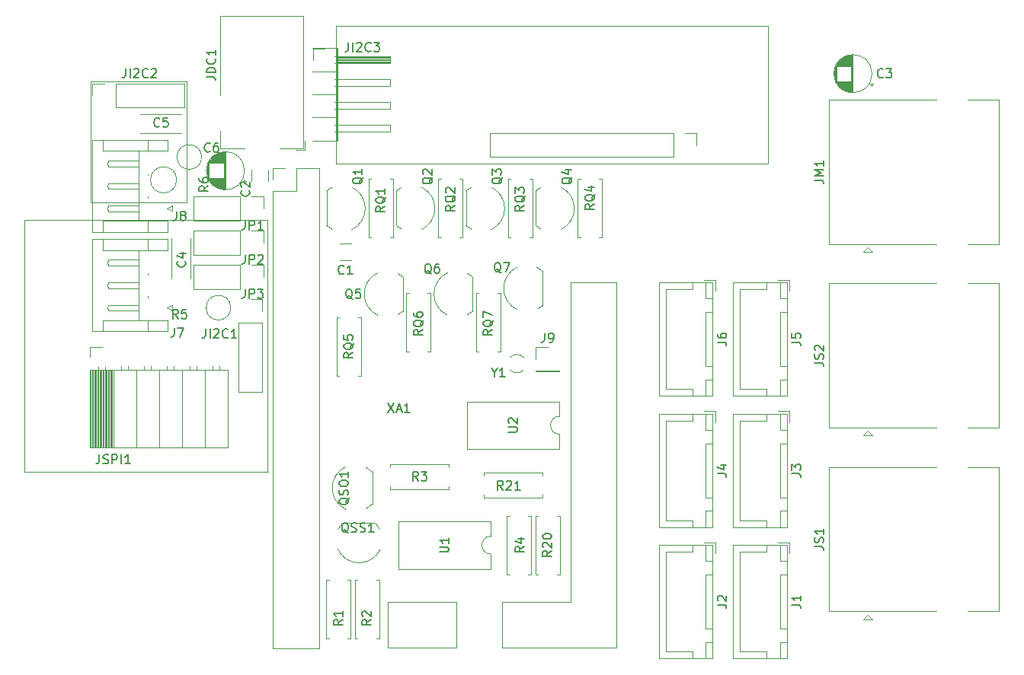
<source format=gbr>
%TF.GenerationSoftware,KiCad,Pcbnew,5.1.10-88a1d61d58~90~ubuntu20.10.1*%
%TF.CreationDate,2021-08-21T12:51:11-05:00*%
%TF.ProjectId,nutrient,6e757472-6965-46e7-942e-6b696361645f,rev?*%
%TF.SameCoordinates,Original*%
%TF.FileFunction,Legend,Top*%
%TF.FilePolarity,Positive*%
%FSLAX46Y46*%
G04 Gerber Fmt 4.6, Leading zero omitted, Abs format (unit mm)*
G04 Created by KiCad (PCBNEW 5.1.10-88a1d61d58~90~ubuntu20.10.1) date 2021-08-21 12:51:11*
%MOMM*%
%LPD*%
G01*
G04 APERTURE LIST*
%ADD10C,0.120000*%
%ADD11C,0.050000*%
%ADD12C,0.150000*%
G04 APERTURE END LIST*
D10*
%TO.C,C6*%
X117401801Y-51179000D02*
X117401801Y-50779000D01*
X117601801Y-50979000D02*
X117201801Y-50979000D01*
X113251000Y-50154000D02*
X113251000Y-49414000D01*
X113291000Y-50321000D02*
X113291000Y-49247000D01*
X113331000Y-50448000D02*
X113331000Y-49120000D01*
X113371000Y-50552000D02*
X113371000Y-49016000D01*
X113411000Y-50643000D02*
X113411000Y-48925000D01*
X113451000Y-50724000D02*
X113451000Y-48844000D01*
X113491000Y-50797000D02*
X113491000Y-48771000D01*
X113531000Y-48944000D02*
X113531000Y-48704000D01*
X113531000Y-50864000D02*
X113531000Y-50624000D01*
X113571000Y-48944000D02*
X113571000Y-48642000D01*
X113571000Y-50926000D02*
X113571000Y-50624000D01*
X113611000Y-48944000D02*
X113611000Y-48584000D01*
X113611000Y-50984000D02*
X113611000Y-50624000D01*
X113651000Y-48944000D02*
X113651000Y-48530000D01*
X113651000Y-51038000D02*
X113651000Y-50624000D01*
X113691000Y-48944000D02*
X113691000Y-48480000D01*
X113691000Y-51088000D02*
X113691000Y-50624000D01*
X113731000Y-48944000D02*
X113731000Y-48433000D01*
X113731000Y-51135000D02*
X113731000Y-50624000D01*
X113771000Y-48944000D02*
X113771000Y-48388000D01*
X113771000Y-51180000D02*
X113771000Y-50624000D01*
X113811000Y-48944000D02*
X113811000Y-48346000D01*
X113811000Y-51222000D02*
X113811000Y-50624000D01*
X113851000Y-48944000D02*
X113851000Y-48306000D01*
X113851000Y-51262000D02*
X113851000Y-50624000D01*
X113891000Y-48944000D02*
X113891000Y-48268000D01*
X113891000Y-51300000D02*
X113891000Y-50624000D01*
X113931000Y-48944000D02*
X113931000Y-48232000D01*
X113931000Y-51336000D02*
X113931000Y-50624000D01*
X113971000Y-48944000D02*
X113971000Y-48197000D01*
X113971000Y-51371000D02*
X113971000Y-50624000D01*
X114011000Y-48944000D02*
X114011000Y-48165000D01*
X114011000Y-51403000D02*
X114011000Y-50624000D01*
X114051000Y-48944000D02*
X114051000Y-48134000D01*
X114051000Y-51434000D02*
X114051000Y-50624000D01*
X114091000Y-48944000D02*
X114091000Y-48104000D01*
X114091000Y-51464000D02*
X114091000Y-50624000D01*
X114131000Y-48944000D02*
X114131000Y-48076000D01*
X114131000Y-51492000D02*
X114131000Y-50624000D01*
X114171000Y-48944000D02*
X114171000Y-48049000D01*
X114171000Y-51519000D02*
X114171000Y-50624000D01*
X114211000Y-48944000D02*
X114211000Y-48024000D01*
X114211000Y-51544000D02*
X114211000Y-50624000D01*
X114251000Y-48944000D02*
X114251000Y-47999000D01*
X114251000Y-51569000D02*
X114251000Y-50624000D01*
X114291000Y-48944000D02*
X114291000Y-47976000D01*
X114291000Y-51592000D02*
X114291000Y-50624000D01*
X114331000Y-48944000D02*
X114331000Y-47954000D01*
X114331000Y-51614000D02*
X114331000Y-50624000D01*
X114371000Y-48944000D02*
X114371000Y-47933000D01*
X114371000Y-51635000D02*
X114371000Y-50624000D01*
X114411000Y-48944000D02*
X114411000Y-47914000D01*
X114411000Y-51654000D02*
X114411000Y-50624000D01*
X114451000Y-48944000D02*
X114451000Y-47895000D01*
X114451000Y-51673000D02*
X114451000Y-50624000D01*
X114491000Y-48944000D02*
X114491000Y-47877000D01*
X114491000Y-51691000D02*
X114491000Y-50624000D01*
X114531000Y-48944000D02*
X114531000Y-47860000D01*
X114531000Y-51708000D02*
X114531000Y-50624000D01*
X114571000Y-48944000D02*
X114571000Y-47844000D01*
X114571000Y-51724000D02*
X114571000Y-50624000D01*
X114611000Y-48944000D02*
X114611000Y-47830000D01*
X114611000Y-51738000D02*
X114611000Y-50624000D01*
X114652000Y-48944000D02*
X114652000Y-47816000D01*
X114652000Y-51752000D02*
X114652000Y-50624000D01*
X114692000Y-48944000D02*
X114692000Y-47802000D01*
X114692000Y-51766000D02*
X114692000Y-50624000D01*
X114732000Y-48944000D02*
X114732000Y-47790000D01*
X114732000Y-51778000D02*
X114732000Y-50624000D01*
X114772000Y-48944000D02*
X114772000Y-47779000D01*
X114772000Y-51789000D02*
X114772000Y-50624000D01*
X114812000Y-48944000D02*
X114812000Y-47768000D01*
X114812000Y-51800000D02*
X114812000Y-50624000D01*
X114852000Y-48944000D02*
X114852000Y-47759000D01*
X114852000Y-51809000D02*
X114852000Y-50624000D01*
X114892000Y-48944000D02*
X114892000Y-47750000D01*
X114892000Y-51818000D02*
X114892000Y-50624000D01*
X114932000Y-48944000D02*
X114932000Y-47742000D01*
X114932000Y-51826000D02*
X114932000Y-50624000D01*
X114972000Y-48944000D02*
X114972000Y-47734000D01*
X114972000Y-51834000D02*
X114972000Y-50624000D01*
X115012000Y-48944000D02*
X115012000Y-47728000D01*
X115012000Y-51840000D02*
X115012000Y-50624000D01*
X115052000Y-48944000D02*
X115052000Y-47722000D01*
X115052000Y-51846000D02*
X115052000Y-50624000D01*
X115092000Y-48944000D02*
X115092000Y-47717000D01*
X115092000Y-51851000D02*
X115092000Y-50624000D01*
X115132000Y-48944000D02*
X115132000Y-47713000D01*
X115132000Y-51855000D02*
X115132000Y-50624000D01*
X115172000Y-51858000D02*
X115172000Y-47710000D01*
X115212000Y-51861000D02*
X115212000Y-47707000D01*
X115252000Y-51863000D02*
X115252000Y-47705000D01*
X115292000Y-51864000D02*
X115292000Y-47704000D01*
X115332000Y-51864000D02*
X115332000Y-47704000D01*
X117452000Y-49784000D02*
G75*
G03*
X117452000Y-49784000I-2120000J0D01*
G01*
%TO.C,C5*%
X110434000Y-45632000D02*
X110434000Y-45647000D01*
X110434000Y-43507000D02*
X110434000Y-43522000D01*
X105894000Y-45632000D02*
X105894000Y-45647000D01*
X105894000Y-43507000D02*
X105894000Y-43522000D01*
X105894000Y-45647000D02*
X110434000Y-45647000D01*
X105894000Y-43507000D02*
X110434000Y-43507000D01*
%TO.C,C4*%
X111418000Y-57253000D02*
X111433000Y-57253000D01*
X109293000Y-57253000D02*
X109308000Y-57253000D01*
X111418000Y-61793000D02*
X111433000Y-61793000D01*
X109293000Y-61793000D02*
X109308000Y-61793000D01*
X111433000Y-61793000D02*
X111433000Y-57253000D01*
X109293000Y-61793000D02*
X109293000Y-57253000D01*
%TO.C,JI2C3*%
X144720000Y-45596500D02*
X144720000Y-48256500D01*
X167700000Y-45596500D02*
X167700000Y-46926500D01*
X165100000Y-45596500D02*
X144720000Y-45596500D01*
X165100000Y-48256500D02*
X144720000Y-48256500D01*
X166370000Y-45596500D02*
X167700000Y-45596500D01*
X165100000Y-45596500D02*
X165100000Y-48256500D01*
X125095000Y-36195000D02*
X126365000Y-36195000D01*
X125095000Y-37465000D02*
X125095000Y-36195000D01*
X127407929Y-45465000D02*
X127805000Y-45465000D01*
X127407929Y-44705000D02*
X127805000Y-44705000D01*
X133671000Y-45465000D02*
X127671000Y-45465000D01*
X133671000Y-44705000D02*
X133671000Y-45465000D01*
X127671000Y-44705000D02*
X133671000Y-44705000D01*
X125011000Y-43815000D02*
X127671000Y-43815000D01*
X127407929Y-42925000D02*
X127805000Y-42925000D01*
X127407929Y-42165000D02*
X127805000Y-42165000D01*
X133671000Y-42925000D02*
X127671000Y-42925000D01*
X133671000Y-42165000D02*
X133671000Y-42925000D01*
X127671000Y-42165000D02*
X133671000Y-42165000D01*
X125011000Y-41275000D02*
X127671000Y-41275000D01*
X127407929Y-40385000D02*
X127805000Y-40385000D01*
X127407929Y-39625000D02*
X127805000Y-39625000D01*
X133671000Y-40385000D02*
X127671000Y-40385000D01*
X133671000Y-39625000D02*
X133671000Y-40385000D01*
X127671000Y-39625000D02*
X133671000Y-39625000D01*
X125011000Y-38735000D02*
X127671000Y-38735000D01*
X127475000Y-37845000D02*
X127805000Y-37845000D01*
X127475000Y-37085000D02*
X127805000Y-37085000D01*
X127671000Y-37745000D02*
X133671000Y-37745000D01*
X127671000Y-37625000D02*
X133671000Y-37625000D01*
X127671000Y-37505000D02*
X133671000Y-37505000D01*
X127671000Y-37385000D02*
X133671000Y-37385000D01*
X127671000Y-37265000D02*
X133671000Y-37265000D01*
X127671000Y-37145000D02*
X133671000Y-37145000D01*
X133671000Y-37845000D02*
X127671000Y-37845000D01*
X133671000Y-37085000D02*
X133671000Y-37845000D01*
X127671000Y-37085000D02*
X133671000Y-37085000D01*
X127671000Y-36135000D02*
X125011000Y-36135000D01*
X127671000Y-46415000D02*
X127671000Y-36135000D01*
X125011000Y-46415000D02*
X127671000Y-46415000D01*
X127805000Y-36135000D02*
X127805000Y-46415000D01*
D11*
X127635000Y-48955000D02*
X175635000Y-48955000D01*
X127635000Y-33655000D02*
X127635000Y-48955000D01*
X127635000Y-33655000D02*
X175635000Y-33655000D01*
X175635000Y-33655000D02*
X175635000Y-48955000D01*
D10*
%TO.C,J9*%
X149800000Y-69409000D02*
X151130000Y-69409000D01*
X149800000Y-70739000D02*
X149800000Y-69409000D01*
X149800000Y-72009000D02*
X152460000Y-72009000D01*
X152460000Y-72009000D02*
X152460000Y-72069000D01*
X149800000Y-72009000D02*
X149800000Y-72069000D01*
X149800000Y-72069000D02*
X152460000Y-72069000D01*
%TO.C,JI2C2*%
X109908000Y-50800000D02*
G75*
G03*
X109908000Y-50800000I-1450000J0D01*
G01*
X110998000Y-53340000D02*
X100330000Y-53340000D01*
X110998000Y-39878000D02*
X110998000Y-53340000D01*
X100330000Y-39878000D02*
X110998000Y-39878000D01*
X100330000Y-53340000D02*
X100330000Y-39878000D01*
X103124000Y-42732000D02*
X103124000Y-40072000D01*
X103124000Y-42732000D02*
X110804000Y-42732000D01*
X110804000Y-42732000D02*
X110804000Y-40072000D01*
X103124000Y-40072000D02*
X110804000Y-40072000D01*
X100524000Y-40072000D02*
X101854000Y-40072000D01*
X100524000Y-41402000D02*
X100524000Y-40072000D01*
%TO.C,XA1*%
X146050000Y-97790000D02*
X146050000Y-102870000D01*
X153670000Y-97790000D02*
X146050000Y-97790000D01*
X153670000Y-62230000D02*
X153670000Y-97790000D01*
X158750000Y-62230000D02*
X153670000Y-62230000D01*
X158750000Y-102870000D02*
X158750000Y-62230000D01*
X146050000Y-102870000D02*
X158750000Y-102870000D01*
X133350000Y-102870000D02*
X133350000Y-97790000D01*
X140970000Y-102870000D02*
X133350000Y-102870000D01*
X140970000Y-97790000D02*
X140970000Y-102870000D01*
X133350000Y-97790000D02*
X140970000Y-97790000D01*
X125790000Y-49470000D02*
X125790000Y-102930000D01*
X120590000Y-49470000D02*
X121920000Y-49470000D01*
X120590000Y-52070000D02*
X120590000Y-102930000D01*
X120590000Y-102930000D02*
X125790000Y-102930000D01*
X123190000Y-52070000D02*
X123190000Y-49470000D01*
X120590000Y-50800000D02*
X120590000Y-49470000D01*
X123190000Y-49470000D02*
X125790000Y-49470000D01*
X120590000Y-52070000D02*
X123190000Y-52070000D01*
%TO.C,R6*%
X112685500Y-48260000D02*
G75*
G03*
X112685500Y-48260000I-1370000J0D01*
G01*
X111315500Y-49630000D02*
X111315500Y-49700000D01*
%TO.C,JP1*%
X111827000Y-52645000D02*
X111827000Y-55305000D01*
X116967000Y-52645000D02*
X111827000Y-52645000D01*
X116967000Y-55305000D02*
X111827000Y-55305000D01*
X116967000Y-52645000D02*
X116967000Y-55305000D01*
X118237000Y-52645000D02*
X119567000Y-52645000D01*
X119567000Y-52645000D02*
X119567000Y-53975000D01*
%TO.C,JI2C1*%
X116780000Y-66675000D02*
X119440000Y-66675000D01*
X116780000Y-66675000D02*
X116780000Y-74355000D01*
X116780000Y-74355000D02*
X119440000Y-74355000D01*
X119440000Y-66675000D02*
X119440000Y-74355000D01*
X119440000Y-64075000D02*
X119440000Y-65405000D01*
X118110000Y-64075000D02*
X119440000Y-64075000D01*
D11*
X120015000Y-83245000D02*
X120015000Y-55245000D01*
X120060000Y-83245000D02*
X93060000Y-83245000D01*
X120015000Y-55245000D02*
X93015000Y-55245000D01*
X93015000Y-83245000D02*
X93015000Y-55245000D01*
D10*
%TO.C,C2*%
X118206000Y-50901000D02*
X118206000Y-49643000D01*
X120046000Y-50901000D02*
X120046000Y-49643000D01*
%TO.C,C1*%
X129300000Y-59721000D02*
X128042000Y-59721000D01*
X129300000Y-57881000D02*
X128042000Y-57881000D01*
%TO.C,R5*%
X115924000Y-65024000D02*
G75*
G03*
X115924000Y-65024000I-1370000J0D01*
G01*
X113184000Y-65024000D02*
X113114000Y-65024000D01*
%TO.C,JP2*%
X111827000Y-56455000D02*
X111827000Y-59115000D01*
X116967000Y-56455000D02*
X111827000Y-56455000D01*
X116967000Y-59115000D02*
X111827000Y-59115000D01*
X116967000Y-56455000D02*
X116967000Y-59115000D01*
X118237000Y-56455000D02*
X119567000Y-56455000D01*
X119567000Y-56455000D02*
X119567000Y-57785000D01*
%TO.C,JP3*%
X111827000Y-60265000D02*
X111827000Y-62925000D01*
X116967000Y-60265000D02*
X111827000Y-60265000D01*
X116967000Y-62925000D02*
X111827000Y-62925000D01*
X116967000Y-60265000D02*
X116967000Y-62925000D01*
X118237000Y-60265000D02*
X119567000Y-60265000D01*
X119567000Y-60265000D02*
X119567000Y-61595000D01*
%TO.C,C3*%
X187175000Y-38989000D02*
G75*
G03*
X187175000Y-38989000I-2120000J0D01*
G01*
X185055000Y-41069000D02*
X185055000Y-36909000D01*
X185015000Y-41069000D02*
X185015000Y-36909000D01*
X184975000Y-41068000D02*
X184975000Y-36910000D01*
X184935000Y-41066000D02*
X184935000Y-36912000D01*
X184895000Y-41063000D02*
X184895000Y-36915000D01*
X184855000Y-41060000D02*
X184855000Y-39829000D01*
X184855000Y-38149000D02*
X184855000Y-36918000D01*
X184815000Y-41056000D02*
X184815000Y-39829000D01*
X184815000Y-38149000D02*
X184815000Y-36922000D01*
X184775000Y-41051000D02*
X184775000Y-39829000D01*
X184775000Y-38149000D02*
X184775000Y-36927000D01*
X184735000Y-41045000D02*
X184735000Y-39829000D01*
X184735000Y-38149000D02*
X184735000Y-36933000D01*
X184695000Y-41039000D02*
X184695000Y-39829000D01*
X184695000Y-38149000D02*
X184695000Y-36939000D01*
X184655000Y-41031000D02*
X184655000Y-39829000D01*
X184655000Y-38149000D02*
X184655000Y-36947000D01*
X184615000Y-41023000D02*
X184615000Y-39829000D01*
X184615000Y-38149000D02*
X184615000Y-36955000D01*
X184575000Y-41014000D02*
X184575000Y-39829000D01*
X184575000Y-38149000D02*
X184575000Y-36964000D01*
X184535000Y-41005000D02*
X184535000Y-39829000D01*
X184535000Y-38149000D02*
X184535000Y-36973000D01*
X184495000Y-40994000D02*
X184495000Y-39829000D01*
X184495000Y-38149000D02*
X184495000Y-36984000D01*
X184455000Y-40983000D02*
X184455000Y-39829000D01*
X184455000Y-38149000D02*
X184455000Y-36995000D01*
X184415000Y-40971000D02*
X184415000Y-39829000D01*
X184415000Y-38149000D02*
X184415000Y-37007000D01*
X184375000Y-40957000D02*
X184375000Y-39829000D01*
X184375000Y-38149000D02*
X184375000Y-37021000D01*
X184334000Y-40943000D02*
X184334000Y-39829000D01*
X184334000Y-38149000D02*
X184334000Y-37035000D01*
X184294000Y-40929000D02*
X184294000Y-39829000D01*
X184294000Y-38149000D02*
X184294000Y-37049000D01*
X184254000Y-40913000D02*
X184254000Y-39829000D01*
X184254000Y-38149000D02*
X184254000Y-37065000D01*
X184214000Y-40896000D02*
X184214000Y-39829000D01*
X184214000Y-38149000D02*
X184214000Y-37082000D01*
X184174000Y-40878000D02*
X184174000Y-39829000D01*
X184174000Y-38149000D02*
X184174000Y-37100000D01*
X184134000Y-40859000D02*
X184134000Y-39829000D01*
X184134000Y-38149000D02*
X184134000Y-37119000D01*
X184094000Y-40840000D02*
X184094000Y-39829000D01*
X184094000Y-38149000D02*
X184094000Y-37138000D01*
X184054000Y-40819000D02*
X184054000Y-39829000D01*
X184054000Y-38149000D02*
X184054000Y-37159000D01*
X184014000Y-40797000D02*
X184014000Y-39829000D01*
X184014000Y-38149000D02*
X184014000Y-37181000D01*
X183974000Y-40774000D02*
X183974000Y-39829000D01*
X183974000Y-38149000D02*
X183974000Y-37204000D01*
X183934000Y-40749000D02*
X183934000Y-39829000D01*
X183934000Y-38149000D02*
X183934000Y-37229000D01*
X183894000Y-40724000D02*
X183894000Y-39829000D01*
X183894000Y-38149000D02*
X183894000Y-37254000D01*
X183854000Y-40697000D02*
X183854000Y-39829000D01*
X183854000Y-38149000D02*
X183854000Y-37281000D01*
X183814000Y-40669000D02*
X183814000Y-39829000D01*
X183814000Y-38149000D02*
X183814000Y-37309000D01*
X183774000Y-40639000D02*
X183774000Y-39829000D01*
X183774000Y-38149000D02*
X183774000Y-37339000D01*
X183734000Y-40608000D02*
X183734000Y-39829000D01*
X183734000Y-38149000D02*
X183734000Y-37370000D01*
X183694000Y-40576000D02*
X183694000Y-39829000D01*
X183694000Y-38149000D02*
X183694000Y-37402000D01*
X183654000Y-40541000D02*
X183654000Y-39829000D01*
X183654000Y-38149000D02*
X183654000Y-37437000D01*
X183614000Y-40505000D02*
X183614000Y-39829000D01*
X183614000Y-38149000D02*
X183614000Y-37473000D01*
X183574000Y-40467000D02*
X183574000Y-39829000D01*
X183574000Y-38149000D02*
X183574000Y-37511000D01*
X183534000Y-40427000D02*
X183534000Y-39829000D01*
X183534000Y-38149000D02*
X183534000Y-37551000D01*
X183494000Y-40385000D02*
X183494000Y-39829000D01*
X183494000Y-38149000D02*
X183494000Y-37593000D01*
X183454000Y-40340000D02*
X183454000Y-39829000D01*
X183454000Y-38149000D02*
X183454000Y-37638000D01*
X183414000Y-40293000D02*
X183414000Y-39829000D01*
X183414000Y-38149000D02*
X183414000Y-37685000D01*
X183374000Y-40243000D02*
X183374000Y-39829000D01*
X183374000Y-38149000D02*
X183374000Y-37735000D01*
X183334000Y-40189000D02*
X183334000Y-39829000D01*
X183334000Y-38149000D02*
X183334000Y-37789000D01*
X183294000Y-40131000D02*
X183294000Y-39829000D01*
X183294000Y-38149000D02*
X183294000Y-37847000D01*
X183254000Y-40069000D02*
X183254000Y-39829000D01*
X183254000Y-38149000D02*
X183254000Y-37909000D01*
X183214000Y-40002000D02*
X183214000Y-37976000D01*
X183174000Y-39929000D02*
X183174000Y-38049000D01*
X183134000Y-39848000D02*
X183134000Y-38130000D01*
X183094000Y-39757000D02*
X183094000Y-38221000D01*
X183054000Y-39653000D02*
X183054000Y-38325000D01*
X183014000Y-39526000D02*
X183014000Y-38452000D01*
X182974000Y-39359000D02*
X182974000Y-38619000D01*
X187324801Y-40184000D02*
X186924801Y-40184000D01*
X187124801Y-40384000D02*
X187124801Y-39984000D01*
%TO.C,R2*%
X130024000Y-101822000D02*
X129694000Y-101822000D01*
X129694000Y-101822000D02*
X129694000Y-95282000D01*
X129694000Y-95282000D02*
X130024000Y-95282000D01*
X132104000Y-101822000D02*
X132434000Y-101822000D01*
X132434000Y-101822000D02*
X132434000Y-95282000D01*
X132434000Y-95282000D02*
X132104000Y-95282000D01*
%TO.C,R1*%
X126849000Y-101822000D02*
X126519000Y-101822000D01*
X126519000Y-101822000D02*
X126519000Y-95282000D01*
X126519000Y-95282000D02*
X126849000Y-95282000D01*
X128929000Y-101822000D02*
X129259000Y-101822000D01*
X129259000Y-101822000D02*
X129259000Y-95282000D01*
X129259000Y-95282000D02*
X128929000Y-95282000D01*
%TO.C,Q5*%
X135050000Y-65440000D02*
X135050000Y-61590000D01*
X134472045Y-65822631D02*
G75*
G03*
X135050000Y-65440000I-1122045J2322631D01*
G01*
X132251193Y-65856400D02*
G75*
G02*
X130750000Y-63500000I1098807J2356400D01*
G01*
X132251193Y-61143600D02*
G75*
G03*
X130750000Y-63500000I1098807J-2356400D01*
G01*
X134462264Y-61197617D02*
G75*
G02*
X135050000Y-61590000I-1112264J-2302383D01*
G01*
%TO.C,JDC1*%
X123980000Y-47286000D02*
X121380000Y-47286000D01*
X123980000Y-32586000D02*
X123980000Y-47286000D01*
X114780000Y-47286000D02*
X114780000Y-45386000D01*
X117480000Y-47286000D02*
X114780000Y-47286000D01*
X114780000Y-32586000D02*
X123980000Y-32586000D01*
X114780000Y-41386000D02*
X114780000Y-32586000D01*
X124180000Y-46436000D02*
X124180000Y-47486000D01*
X123130000Y-47486000D02*
X124180000Y-47486000D01*
%TO.C,J8*%
X109415000Y-53675000D02*
X108815000Y-53975000D01*
X109415000Y-54275000D02*
X109415000Y-53675000D01*
X108815000Y-53975000D02*
X109415000Y-54275000D01*
X105725000Y-48655000D02*
X105725000Y-48975000D01*
X102305000Y-48655000D02*
X105725000Y-48655000D01*
X102225000Y-48975000D02*
X102305000Y-48655000D01*
X102305000Y-49295000D02*
X102225000Y-48975000D01*
X105725000Y-49295000D02*
X102305000Y-49295000D01*
X105725000Y-48975000D02*
X105725000Y-49295000D01*
X106725000Y-50305000D02*
X106725000Y-50145000D01*
X105725000Y-51155000D02*
X105725000Y-51475000D01*
X102305000Y-51155000D02*
X105725000Y-51155000D01*
X102225000Y-51475000D02*
X102305000Y-51155000D01*
X102305000Y-51795000D02*
X102225000Y-51475000D01*
X105725000Y-51795000D02*
X102305000Y-51795000D01*
X105725000Y-51475000D02*
X105725000Y-51795000D01*
X106725000Y-52805000D02*
X106725000Y-52645000D01*
X105725000Y-53655000D02*
X105725000Y-53975000D01*
X102305000Y-53655000D02*
X105725000Y-53655000D01*
X102225000Y-53975000D02*
X102305000Y-53655000D01*
X102305000Y-54295000D02*
X102225000Y-53975000D01*
X105725000Y-54295000D02*
X102305000Y-54295000D01*
X105725000Y-53975000D02*
X105725000Y-54295000D01*
X105725000Y-55365000D02*
X105725000Y-47585000D01*
X106725000Y-47585000D02*
X106725000Y-46365000D01*
X101725000Y-47585000D02*
X106725000Y-47585000D01*
X101725000Y-46365000D02*
X101725000Y-47585000D01*
X106725000Y-55365000D02*
X106725000Y-56585000D01*
X101725000Y-55365000D02*
X106725000Y-55365000D01*
X101725000Y-56585000D02*
X101725000Y-55365000D01*
X108925000Y-47585000D02*
X106725000Y-47585000D01*
X108925000Y-46365000D02*
X108925000Y-47585000D01*
X100505000Y-46365000D02*
X108925000Y-46365000D01*
X100505000Y-56585000D02*
X100505000Y-46365000D01*
X108925000Y-56585000D02*
X100505000Y-56585000D01*
X108925000Y-55365000D02*
X108925000Y-56585000D01*
X106725000Y-55365000D02*
X108925000Y-55365000D01*
%TO.C,J7*%
X109415000Y-64724000D02*
X108815000Y-65024000D01*
X109415000Y-65324000D02*
X109415000Y-64724000D01*
X108815000Y-65024000D02*
X109415000Y-65324000D01*
X105725000Y-59704000D02*
X105725000Y-60024000D01*
X102305000Y-59704000D02*
X105725000Y-59704000D01*
X102225000Y-60024000D02*
X102305000Y-59704000D01*
X102305000Y-60344000D02*
X102225000Y-60024000D01*
X105725000Y-60344000D02*
X102305000Y-60344000D01*
X105725000Y-60024000D02*
X105725000Y-60344000D01*
X106725000Y-61354000D02*
X106725000Y-61194000D01*
X105725000Y-62204000D02*
X105725000Y-62524000D01*
X102305000Y-62204000D02*
X105725000Y-62204000D01*
X102225000Y-62524000D02*
X102305000Y-62204000D01*
X102305000Y-62844000D02*
X102225000Y-62524000D01*
X105725000Y-62844000D02*
X102305000Y-62844000D01*
X105725000Y-62524000D02*
X105725000Y-62844000D01*
X106725000Y-63854000D02*
X106725000Y-63694000D01*
X105725000Y-64704000D02*
X105725000Y-65024000D01*
X102305000Y-64704000D02*
X105725000Y-64704000D01*
X102225000Y-65024000D02*
X102305000Y-64704000D01*
X102305000Y-65344000D02*
X102225000Y-65024000D01*
X105725000Y-65344000D02*
X102305000Y-65344000D01*
X105725000Y-65024000D02*
X105725000Y-65344000D01*
X105725000Y-66414000D02*
X105725000Y-58634000D01*
X106725000Y-58634000D02*
X106725000Y-57414000D01*
X101725000Y-58634000D02*
X106725000Y-58634000D01*
X101725000Y-57414000D02*
X101725000Y-58634000D01*
X106725000Y-66414000D02*
X106725000Y-67634000D01*
X101725000Y-66414000D02*
X106725000Y-66414000D01*
X101725000Y-67634000D02*
X101725000Y-66414000D01*
X108925000Y-58634000D02*
X106725000Y-58634000D01*
X108925000Y-57414000D02*
X108925000Y-58634000D01*
X100505000Y-57414000D02*
X108925000Y-57414000D01*
X100505000Y-67634000D02*
X100505000Y-57414000D01*
X108925000Y-67634000D02*
X100505000Y-67634000D01*
X108925000Y-66414000D02*
X108925000Y-67634000D01*
X106725000Y-66414000D02*
X108925000Y-66414000D01*
%TO.C,JSPI1*%
X100390000Y-80575000D02*
X100390000Y-71945000D01*
X100508095Y-80575000D02*
X100508095Y-71945000D01*
X100626190Y-80575000D02*
X100626190Y-71945000D01*
X100744285Y-80575000D02*
X100744285Y-71945000D01*
X100862380Y-80575000D02*
X100862380Y-71945000D01*
X100980475Y-80575000D02*
X100980475Y-71945000D01*
X101098570Y-80575000D02*
X101098570Y-71945000D01*
X101216665Y-80575000D02*
X101216665Y-71945000D01*
X101334760Y-80575000D02*
X101334760Y-71945000D01*
X101452855Y-80575000D02*
X101452855Y-71945000D01*
X101570950Y-80575000D02*
X101570950Y-71945000D01*
X101689045Y-80575000D02*
X101689045Y-71945000D01*
X101807140Y-80575000D02*
X101807140Y-71945000D01*
X101925235Y-80575000D02*
X101925235Y-71945000D01*
X102043330Y-80575000D02*
X102043330Y-71945000D01*
X102161425Y-80575000D02*
X102161425Y-71945000D01*
X102279520Y-80575000D02*
X102279520Y-71945000D01*
X102397615Y-80575000D02*
X102397615Y-71945000D01*
X102515710Y-80575000D02*
X102515710Y-71945000D01*
X102633805Y-80575000D02*
X102633805Y-71945000D01*
X102751900Y-80575000D02*
X102751900Y-71945000D01*
X101240000Y-71945000D02*
X101240000Y-71595000D01*
X101960000Y-71945000D02*
X101960000Y-71595000D01*
X103780000Y-71945000D02*
X103780000Y-71535000D01*
X104500000Y-71945000D02*
X104500000Y-71535000D01*
X106320000Y-71945000D02*
X106320000Y-71535000D01*
X107040000Y-71945000D02*
X107040000Y-71535000D01*
X108860000Y-71945000D02*
X108860000Y-71535000D01*
X109580000Y-71945000D02*
X109580000Y-71535000D01*
X111400000Y-71945000D02*
X111400000Y-71535000D01*
X112120000Y-71945000D02*
X112120000Y-71535000D01*
X113940000Y-71945000D02*
X113940000Y-71535000D01*
X114660000Y-71945000D02*
X114660000Y-71535000D01*
X102870000Y-80575000D02*
X102870000Y-71945000D01*
X105410000Y-80575000D02*
X105410000Y-71945000D01*
X107950000Y-80575000D02*
X107950000Y-71945000D01*
X110490000Y-80575000D02*
X110490000Y-71945000D01*
X113030000Y-80575000D02*
X113030000Y-71945000D01*
X100270000Y-80575000D02*
X100270000Y-71945000D01*
X100270000Y-71945000D02*
X115630000Y-71945000D01*
X115630000Y-80575000D02*
X115630000Y-71945000D01*
X100270000Y-80575000D02*
X115630000Y-80575000D01*
X100270000Y-69375000D02*
X101600000Y-69375000D01*
X100270000Y-70485000D02*
X100270000Y-69375000D01*
%TO.C,JS2*%
X197838000Y-78345000D02*
X201278000Y-78345000D01*
X187196000Y-79221000D02*
X186688000Y-78713000D01*
X186180000Y-79221000D02*
X187196000Y-79221000D01*
X186688000Y-78713000D02*
X186180000Y-79221000D01*
X197838000Y-62325000D02*
X201278000Y-62325000D01*
X201278000Y-62325000D02*
X201278000Y-78345000D01*
X182408000Y-78345000D02*
X194338000Y-78345000D01*
X182408000Y-62325000D02*
X182408000Y-78345000D01*
X182408000Y-62325000D02*
X194338000Y-62325000D01*
%TO.C,U1*%
X144840000Y-90440000D02*
X144840000Y-88790000D01*
X144840000Y-88790000D02*
X134560000Y-88790000D01*
X134560000Y-88790000D02*
X134560000Y-94090000D01*
X134560000Y-94090000D02*
X144840000Y-94090000D01*
X144840000Y-94090000D02*
X144840000Y-92440000D01*
X144840000Y-92440000D02*
G75*
G02*
X144840000Y-90440000I0J1000000D01*
G01*
%TO.C,J3*%
X177720000Y-76815000D02*
X171750000Y-76815000D01*
X171750000Y-76815000D02*
X171750000Y-89435000D01*
X171750000Y-89435000D02*
X177720000Y-89435000D01*
X177720000Y-89435000D02*
X177720000Y-76815000D01*
X177710000Y-80125000D02*
X176960000Y-80125000D01*
X176960000Y-80125000D02*
X176960000Y-86125000D01*
X176960000Y-86125000D02*
X177710000Y-86125000D01*
X177710000Y-86125000D02*
X177710000Y-80125000D01*
X177710000Y-76825000D02*
X176960000Y-76825000D01*
X176960000Y-76825000D02*
X176960000Y-78625000D01*
X176960000Y-78625000D02*
X177710000Y-78625000D01*
X177710000Y-78625000D02*
X177710000Y-76825000D01*
X177710000Y-87625000D02*
X176960000Y-87625000D01*
X176960000Y-87625000D02*
X176960000Y-89425000D01*
X176960000Y-89425000D02*
X177710000Y-89425000D01*
X177710000Y-89425000D02*
X177710000Y-87625000D01*
X175460000Y-76825000D02*
X175460000Y-77575000D01*
X175460000Y-77575000D02*
X172510000Y-77575000D01*
X172510000Y-77575000D02*
X172510000Y-83125000D01*
X175460000Y-89425000D02*
X175460000Y-88675000D01*
X175460000Y-88675000D02*
X172510000Y-88675000D01*
X172510000Y-88675000D02*
X172510000Y-83125000D01*
X178010000Y-77775000D02*
X178010000Y-76525000D01*
X178010000Y-76525000D02*
X176760000Y-76525000D01*
%TO.C,Y1*%
X146963610Y-70546348D02*
G75*
G02*
X148463000Y-70547000I749390J-700652D01*
G01*
X146963610Y-71947652D02*
G75*
G03*
X148463000Y-71947000I749390J700652D01*
G01*
%TO.C,J1*%
X177720000Y-91420000D02*
X171750000Y-91420000D01*
X171750000Y-91420000D02*
X171750000Y-104040000D01*
X171750000Y-104040000D02*
X177720000Y-104040000D01*
X177720000Y-104040000D02*
X177720000Y-91420000D01*
X177710000Y-94730000D02*
X176960000Y-94730000D01*
X176960000Y-94730000D02*
X176960000Y-100730000D01*
X176960000Y-100730000D02*
X177710000Y-100730000D01*
X177710000Y-100730000D02*
X177710000Y-94730000D01*
X177710000Y-91430000D02*
X176960000Y-91430000D01*
X176960000Y-91430000D02*
X176960000Y-93230000D01*
X176960000Y-93230000D02*
X177710000Y-93230000D01*
X177710000Y-93230000D02*
X177710000Y-91430000D01*
X177710000Y-102230000D02*
X176960000Y-102230000D01*
X176960000Y-102230000D02*
X176960000Y-104030000D01*
X176960000Y-104030000D02*
X177710000Y-104030000D01*
X177710000Y-104030000D02*
X177710000Y-102230000D01*
X175460000Y-91430000D02*
X175460000Y-92180000D01*
X175460000Y-92180000D02*
X172510000Y-92180000D01*
X172510000Y-92180000D02*
X172510000Y-97730000D01*
X175460000Y-104030000D02*
X175460000Y-103280000D01*
X175460000Y-103280000D02*
X172510000Y-103280000D01*
X172510000Y-103280000D02*
X172510000Y-97730000D01*
X178010000Y-92380000D02*
X178010000Y-91130000D01*
X178010000Y-91130000D02*
X176760000Y-91130000D01*
%TO.C,RQ7*%
X143486000Y-69945000D02*
X143156000Y-69945000D01*
X143156000Y-69945000D02*
X143156000Y-63405000D01*
X143156000Y-63405000D02*
X143486000Y-63405000D01*
X145566000Y-69945000D02*
X145896000Y-69945000D01*
X145896000Y-69945000D02*
X145896000Y-63405000D01*
X145896000Y-63405000D02*
X145566000Y-63405000D01*
%TO.C,Q7*%
X150544000Y-64805000D02*
X150544000Y-60955000D01*
X149966045Y-65187631D02*
G75*
G03*
X150544000Y-64805000I-1122045J2322631D01*
G01*
X147745193Y-65221400D02*
G75*
G02*
X146244000Y-62865000I1098807J2356400D01*
G01*
X147745193Y-60508600D02*
G75*
G03*
X146244000Y-62865000I1098807J-2356400D01*
G01*
X149956264Y-60562617D02*
G75*
G02*
X150544000Y-60955000I-1112264J-2302383D01*
G01*
%TO.C,JM1*%
X197838000Y-57944000D02*
X201278000Y-57944000D01*
X187196000Y-58820000D02*
X186688000Y-58312000D01*
X186180000Y-58820000D02*
X187196000Y-58820000D01*
X186688000Y-58312000D02*
X186180000Y-58820000D01*
X197838000Y-41924000D02*
X201278000Y-41924000D01*
X201278000Y-41924000D02*
X201278000Y-57944000D01*
X182408000Y-57944000D02*
X194338000Y-57944000D01*
X182408000Y-41924000D02*
X182408000Y-57944000D01*
X182408000Y-41924000D02*
X194338000Y-41924000D01*
%TO.C,J2*%
X169465000Y-91420000D02*
X163495000Y-91420000D01*
X163495000Y-91420000D02*
X163495000Y-104040000D01*
X163495000Y-104040000D02*
X169465000Y-104040000D01*
X169465000Y-104040000D02*
X169465000Y-91420000D01*
X169455000Y-94730000D02*
X168705000Y-94730000D01*
X168705000Y-94730000D02*
X168705000Y-100730000D01*
X168705000Y-100730000D02*
X169455000Y-100730000D01*
X169455000Y-100730000D02*
X169455000Y-94730000D01*
X169455000Y-91430000D02*
X168705000Y-91430000D01*
X168705000Y-91430000D02*
X168705000Y-93230000D01*
X168705000Y-93230000D02*
X169455000Y-93230000D01*
X169455000Y-93230000D02*
X169455000Y-91430000D01*
X169455000Y-102230000D02*
X168705000Y-102230000D01*
X168705000Y-102230000D02*
X168705000Y-104030000D01*
X168705000Y-104030000D02*
X169455000Y-104030000D01*
X169455000Y-104030000D02*
X169455000Y-102230000D01*
X167205000Y-91430000D02*
X167205000Y-92180000D01*
X167205000Y-92180000D02*
X164255000Y-92180000D01*
X164255000Y-92180000D02*
X164255000Y-97730000D01*
X167205000Y-104030000D02*
X167205000Y-103280000D01*
X167205000Y-103280000D02*
X164255000Y-103280000D01*
X164255000Y-103280000D02*
X164255000Y-97730000D01*
X169755000Y-92380000D02*
X169755000Y-91130000D01*
X169755000Y-91130000D02*
X168505000Y-91130000D01*
%TO.C,JS1*%
X197838000Y-98792000D02*
X201278000Y-98792000D01*
X187196000Y-99668000D02*
X186688000Y-99160000D01*
X186180000Y-99668000D02*
X187196000Y-99668000D01*
X186688000Y-99160000D02*
X186180000Y-99668000D01*
X197838000Y-82772000D02*
X201278000Y-82772000D01*
X201278000Y-82772000D02*
X201278000Y-98792000D01*
X182408000Y-98792000D02*
X194338000Y-98792000D01*
X182408000Y-82772000D02*
X182408000Y-98792000D01*
X182408000Y-82772000D02*
X194338000Y-82772000D01*
%TO.C,RQ1*%
X131548000Y-57245000D02*
X131218000Y-57245000D01*
X131218000Y-57245000D02*
X131218000Y-50705000D01*
X131218000Y-50705000D02*
X131548000Y-50705000D01*
X133628000Y-57245000D02*
X133958000Y-57245000D01*
X133958000Y-57245000D02*
X133958000Y-50705000D01*
X133958000Y-50705000D02*
X133628000Y-50705000D01*
%TO.C,RQ2*%
X139295000Y-57245000D02*
X138965000Y-57245000D01*
X138965000Y-57245000D02*
X138965000Y-50705000D01*
X138965000Y-50705000D02*
X139295000Y-50705000D01*
X141375000Y-57245000D02*
X141705000Y-57245000D01*
X141705000Y-57245000D02*
X141705000Y-50705000D01*
X141705000Y-50705000D02*
X141375000Y-50705000D01*
%TO.C,Q1*%
X126570000Y-52035000D02*
X126570000Y-55885000D01*
X127147955Y-51652369D02*
G75*
G03*
X126570000Y-52035000I1122045J-2322631D01*
G01*
X129368807Y-51618600D02*
G75*
G02*
X130870000Y-53975000I-1098807J-2356400D01*
G01*
X129368807Y-56331400D02*
G75*
G03*
X130870000Y-53975000I-1098807J2356400D01*
G01*
X127157736Y-56277383D02*
G75*
G02*
X126570000Y-55885000I1112264J2302383D01*
G01*
%TO.C,Q2*%
X134317000Y-52035000D02*
X134317000Y-55885000D01*
X134894955Y-51652369D02*
G75*
G03*
X134317000Y-52035000I1122045J-2322631D01*
G01*
X137115807Y-51618600D02*
G75*
G02*
X138617000Y-53975000I-1098807J-2356400D01*
G01*
X137115807Y-56331400D02*
G75*
G03*
X138617000Y-53975000I-1098807J2356400D01*
G01*
X134904736Y-56277383D02*
G75*
G02*
X134317000Y-55885000I1112264J2302383D01*
G01*
%TO.C,U2*%
X152460000Y-77105000D02*
X152460000Y-75455000D01*
X152460000Y-75455000D02*
X142180000Y-75455000D01*
X142180000Y-75455000D02*
X142180000Y-80755000D01*
X142180000Y-80755000D02*
X152460000Y-80755000D01*
X152460000Y-80755000D02*
X152460000Y-79105000D01*
X152460000Y-79105000D02*
G75*
G02*
X152460000Y-77105000I0J1000000D01*
G01*
%TO.C,R3*%
X133636000Y-82780000D02*
X133636000Y-82450000D01*
X133636000Y-82450000D02*
X140176000Y-82450000D01*
X140176000Y-82450000D02*
X140176000Y-82780000D01*
X133636000Y-84860000D02*
X133636000Y-85190000D01*
X133636000Y-85190000D02*
X140176000Y-85190000D01*
X140176000Y-85190000D02*
X140176000Y-84860000D01*
%TO.C,R20*%
X150090000Y-94710000D02*
X149760000Y-94710000D01*
X149760000Y-94710000D02*
X149760000Y-88170000D01*
X149760000Y-88170000D02*
X150090000Y-88170000D01*
X152170000Y-94710000D02*
X152500000Y-94710000D01*
X152500000Y-94710000D02*
X152500000Y-88170000D01*
X152500000Y-88170000D02*
X152170000Y-88170000D01*
%TO.C,R21*%
X150590000Y-85812500D02*
X150590000Y-86142500D01*
X150590000Y-86142500D02*
X144050000Y-86142500D01*
X144050000Y-86142500D02*
X144050000Y-85812500D01*
X150590000Y-83732500D02*
X150590000Y-83402500D01*
X150590000Y-83402500D02*
X144050000Y-83402500D01*
X144050000Y-83402500D02*
X144050000Y-83732500D01*
%TO.C,R4*%
X148995000Y-88170000D02*
X149325000Y-88170000D01*
X149325000Y-88170000D02*
X149325000Y-94710000D01*
X149325000Y-94710000D02*
X148995000Y-94710000D01*
X146915000Y-88170000D02*
X146585000Y-88170000D01*
X146585000Y-88170000D02*
X146585000Y-94710000D01*
X146585000Y-94710000D02*
X146915000Y-94710000D01*
%TO.C,RQ5*%
X127992000Y-72612000D02*
X127662000Y-72612000D01*
X127662000Y-72612000D02*
X127662000Y-66072000D01*
X127662000Y-66072000D02*
X127992000Y-66072000D01*
X130072000Y-72612000D02*
X130402000Y-72612000D01*
X130402000Y-72612000D02*
X130402000Y-66072000D01*
X130402000Y-66072000D02*
X130072000Y-66072000D01*
%TO.C,RQ6*%
X135739000Y-69945000D02*
X135409000Y-69945000D01*
X135409000Y-69945000D02*
X135409000Y-63405000D01*
X135409000Y-63405000D02*
X135739000Y-63405000D01*
X137819000Y-69945000D02*
X138149000Y-69945000D01*
X138149000Y-69945000D02*
X138149000Y-63405000D01*
X138149000Y-63405000D02*
X137819000Y-63405000D01*
%TO.C,RQ3*%
X147042000Y-57245000D02*
X146712000Y-57245000D01*
X146712000Y-57245000D02*
X146712000Y-50705000D01*
X146712000Y-50705000D02*
X147042000Y-50705000D01*
X149122000Y-57245000D02*
X149452000Y-57245000D01*
X149452000Y-57245000D02*
X149452000Y-50705000D01*
X149452000Y-50705000D02*
X149122000Y-50705000D01*
%TO.C,RQ4*%
X154789000Y-57245000D02*
X154459000Y-57245000D01*
X154459000Y-57245000D02*
X154459000Y-50705000D01*
X154459000Y-50705000D02*
X154789000Y-50705000D01*
X156869000Y-57245000D02*
X157199000Y-57245000D01*
X157199000Y-57245000D02*
X157199000Y-50705000D01*
X157199000Y-50705000D02*
X156869000Y-50705000D01*
%TO.C,QSO1*%
X131644000Y-86890000D02*
X131644000Y-83290000D01*
X130916795Y-82765816D02*
G75*
G02*
X131644000Y-83290000I-1122795J-2324184D01*
G01*
X128695193Y-82733600D02*
G75*
G03*
X127194000Y-85090000I1098807J-2356400D01*
G01*
X128695193Y-87446400D02*
G75*
G02*
X127194000Y-85090000I1098807J2356400D01*
G01*
X130916795Y-87414184D02*
G75*
G03*
X131644000Y-86890000I-1122795J2324184D01*
G01*
%TO.C,QSS1*%
X131975000Y-88955000D02*
X128375000Y-88955000D01*
X127850816Y-89682205D02*
G75*
G02*
X128375000Y-88955000I2324184J-1122795D01*
G01*
X127818600Y-91903807D02*
G75*
G03*
X130175000Y-93405000I2356400J1098807D01*
G01*
X132531400Y-91903807D02*
G75*
G02*
X130175000Y-93405000I-2356400J1098807D01*
G01*
X132499184Y-89682205D02*
G75*
G03*
X131975000Y-88955000I-2324184J-1122795D01*
G01*
%TO.C,Q6*%
X142797000Y-65440000D02*
X142797000Y-61590000D01*
X142219045Y-65822631D02*
G75*
G03*
X142797000Y-65440000I-1122045J2322631D01*
G01*
X139998193Y-65856400D02*
G75*
G02*
X138497000Y-63500000I1098807J2356400D01*
G01*
X139998193Y-61143600D02*
G75*
G03*
X138497000Y-63500000I1098807J-2356400D01*
G01*
X142209264Y-61197617D02*
G75*
G02*
X142797000Y-61590000I-1112264J-2302383D01*
G01*
%TO.C,Q3*%
X142064000Y-52035000D02*
X142064000Y-55885000D01*
X142641955Y-51652369D02*
G75*
G03*
X142064000Y-52035000I1122045J-2322631D01*
G01*
X144862807Y-51618600D02*
G75*
G02*
X146364000Y-53975000I-1098807J-2356400D01*
G01*
X144862807Y-56331400D02*
G75*
G03*
X146364000Y-53975000I-1098807J2356400D01*
G01*
X142651736Y-56277383D02*
G75*
G02*
X142064000Y-55885000I1112264J2302383D01*
G01*
%TO.C,Q4*%
X149811000Y-52035000D02*
X149811000Y-55885000D01*
X150388955Y-51652369D02*
G75*
G03*
X149811000Y-52035000I1122045J-2322631D01*
G01*
X152609807Y-51618600D02*
G75*
G02*
X154111000Y-53975000I-1098807J-2356400D01*
G01*
X152609807Y-56331400D02*
G75*
G03*
X154111000Y-53975000I-1098807J2356400D01*
G01*
X150398736Y-56277383D02*
G75*
G02*
X149811000Y-55885000I1112264J2302383D01*
G01*
%TO.C,J6*%
X169465000Y-62210000D02*
X163495000Y-62210000D01*
X163495000Y-62210000D02*
X163495000Y-74830000D01*
X163495000Y-74830000D02*
X169465000Y-74830000D01*
X169465000Y-74830000D02*
X169465000Y-62210000D01*
X169455000Y-65520000D02*
X168705000Y-65520000D01*
X168705000Y-65520000D02*
X168705000Y-71520000D01*
X168705000Y-71520000D02*
X169455000Y-71520000D01*
X169455000Y-71520000D02*
X169455000Y-65520000D01*
X169455000Y-62220000D02*
X168705000Y-62220000D01*
X168705000Y-62220000D02*
X168705000Y-64020000D01*
X168705000Y-64020000D02*
X169455000Y-64020000D01*
X169455000Y-64020000D02*
X169455000Y-62220000D01*
X169455000Y-73020000D02*
X168705000Y-73020000D01*
X168705000Y-73020000D02*
X168705000Y-74820000D01*
X168705000Y-74820000D02*
X169455000Y-74820000D01*
X169455000Y-74820000D02*
X169455000Y-73020000D01*
X167205000Y-62220000D02*
X167205000Y-62970000D01*
X167205000Y-62970000D02*
X164255000Y-62970000D01*
X164255000Y-62970000D02*
X164255000Y-68520000D01*
X167205000Y-74820000D02*
X167205000Y-74070000D01*
X167205000Y-74070000D02*
X164255000Y-74070000D01*
X164255000Y-74070000D02*
X164255000Y-68520000D01*
X169755000Y-63170000D02*
X169755000Y-61920000D01*
X169755000Y-61920000D02*
X168505000Y-61920000D01*
%TO.C,J5*%
X177720000Y-62210000D02*
X171750000Y-62210000D01*
X171750000Y-62210000D02*
X171750000Y-74830000D01*
X171750000Y-74830000D02*
X177720000Y-74830000D01*
X177720000Y-74830000D02*
X177720000Y-62210000D01*
X177710000Y-65520000D02*
X176960000Y-65520000D01*
X176960000Y-65520000D02*
X176960000Y-71520000D01*
X176960000Y-71520000D02*
X177710000Y-71520000D01*
X177710000Y-71520000D02*
X177710000Y-65520000D01*
X177710000Y-62220000D02*
X176960000Y-62220000D01*
X176960000Y-62220000D02*
X176960000Y-64020000D01*
X176960000Y-64020000D02*
X177710000Y-64020000D01*
X177710000Y-64020000D02*
X177710000Y-62220000D01*
X177710000Y-73020000D02*
X176960000Y-73020000D01*
X176960000Y-73020000D02*
X176960000Y-74820000D01*
X176960000Y-74820000D02*
X177710000Y-74820000D01*
X177710000Y-74820000D02*
X177710000Y-73020000D01*
X175460000Y-62220000D02*
X175460000Y-62970000D01*
X175460000Y-62970000D02*
X172510000Y-62970000D01*
X172510000Y-62970000D02*
X172510000Y-68520000D01*
X175460000Y-74820000D02*
X175460000Y-74070000D01*
X175460000Y-74070000D02*
X172510000Y-74070000D01*
X172510000Y-74070000D02*
X172510000Y-68520000D01*
X178010000Y-63170000D02*
X178010000Y-61920000D01*
X178010000Y-61920000D02*
X176760000Y-61920000D01*
%TO.C,J4*%
X169465000Y-76815000D02*
X163495000Y-76815000D01*
X163495000Y-76815000D02*
X163495000Y-89435000D01*
X163495000Y-89435000D02*
X169465000Y-89435000D01*
X169465000Y-89435000D02*
X169465000Y-76815000D01*
X169455000Y-80125000D02*
X168705000Y-80125000D01*
X168705000Y-80125000D02*
X168705000Y-86125000D01*
X168705000Y-86125000D02*
X169455000Y-86125000D01*
X169455000Y-86125000D02*
X169455000Y-80125000D01*
X169455000Y-76825000D02*
X168705000Y-76825000D01*
X168705000Y-76825000D02*
X168705000Y-78625000D01*
X168705000Y-78625000D02*
X169455000Y-78625000D01*
X169455000Y-78625000D02*
X169455000Y-76825000D01*
X169455000Y-87625000D02*
X168705000Y-87625000D01*
X168705000Y-87625000D02*
X168705000Y-89425000D01*
X168705000Y-89425000D02*
X169455000Y-89425000D01*
X169455000Y-89425000D02*
X169455000Y-87625000D01*
X167205000Y-76825000D02*
X167205000Y-77575000D01*
X167205000Y-77575000D02*
X164255000Y-77575000D01*
X164255000Y-77575000D02*
X164255000Y-83125000D01*
X167205000Y-89425000D02*
X167205000Y-88675000D01*
X167205000Y-88675000D02*
X164255000Y-88675000D01*
X164255000Y-88675000D02*
X164255000Y-83125000D01*
X169755000Y-77775000D02*
X169755000Y-76525000D01*
X169755000Y-76525000D02*
X168505000Y-76525000D01*
%TO.C,C6*%
D12*
X113625333Y-47601142D02*
X113577714Y-47648761D01*
X113434857Y-47696380D01*
X113339619Y-47696380D01*
X113196761Y-47648761D01*
X113101523Y-47553523D01*
X113053904Y-47458285D01*
X113006285Y-47267809D01*
X113006285Y-47124952D01*
X113053904Y-46934476D01*
X113101523Y-46839238D01*
X113196761Y-46744000D01*
X113339619Y-46696380D01*
X113434857Y-46696380D01*
X113577714Y-46744000D01*
X113625333Y-46791619D01*
X114482476Y-46696380D02*
X114292000Y-46696380D01*
X114196761Y-46744000D01*
X114149142Y-46791619D01*
X114053904Y-46934476D01*
X114006285Y-47124952D01*
X114006285Y-47505904D01*
X114053904Y-47601142D01*
X114101523Y-47648761D01*
X114196761Y-47696380D01*
X114387238Y-47696380D01*
X114482476Y-47648761D01*
X114530095Y-47601142D01*
X114577714Y-47505904D01*
X114577714Y-47267809D01*
X114530095Y-47172571D01*
X114482476Y-47124952D01*
X114387238Y-47077333D01*
X114196761Y-47077333D01*
X114101523Y-47124952D01*
X114053904Y-47172571D01*
X114006285Y-47267809D01*
%TO.C,C5*%
X107997333Y-44807142D02*
X107949714Y-44854761D01*
X107806857Y-44902380D01*
X107711619Y-44902380D01*
X107568761Y-44854761D01*
X107473523Y-44759523D01*
X107425904Y-44664285D01*
X107378285Y-44473809D01*
X107378285Y-44330952D01*
X107425904Y-44140476D01*
X107473523Y-44045238D01*
X107568761Y-43950000D01*
X107711619Y-43902380D01*
X107806857Y-43902380D01*
X107949714Y-43950000D01*
X107997333Y-43997619D01*
X108902095Y-43902380D02*
X108425904Y-43902380D01*
X108378285Y-44378571D01*
X108425904Y-44330952D01*
X108521142Y-44283333D01*
X108759238Y-44283333D01*
X108854476Y-44330952D01*
X108902095Y-44378571D01*
X108949714Y-44473809D01*
X108949714Y-44711904D01*
X108902095Y-44807142D01*
X108854476Y-44854761D01*
X108759238Y-44902380D01*
X108521142Y-44902380D01*
X108425904Y-44854761D01*
X108378285Y-44807142D01*
%TO.C,C4*%
X110847142Y-59856666D02*
X110894761Y-59904285D01*
X110942380Y-60047142D01*
X110942380Y-60142380D01*
X110894761Y-60285238D01*
X110799523Y-60380476D01*
X110704285Y-60428095D01*
X110513809Y-60475714D01*
X110370952Y-60475714D01*
X110180476Y-60428095D01*
X110085238Y-60380476D01*
X109990000Y-60285238D01*
X109942380Y-60142380D01*
X109942380Y-60047142D01*
X109990000Y-59904285D01*
X110037619Y-59856666D01*
X110275714Y-58999523D02*
X110942380Y-58999523D01*
X109894761Y-59237619D02*
X110609047Y-59475714D01*
X110609047Y-58856666D01*
%TO.C,JI2C3*%
X129008380Y-35520380D02*
X129008380Y-36234666D01*
X128960761Y-36377523D01*
X128865523Y-36472761D01*
X128722666Y-36520380D01*
X128627428Y-36520380D01*
X129484571Y-36520380D02*
X129484571Y-35520380D01*
X129913142Y-35615619D02*
X129960761Y-35568000D01*
X130056000Y-35520380D01*
X130294095Y-35520380D01*
X130389333Y-35568000D01*
X130436952Y-35615619D01*
X130484571Y-35710857D01*
X130484571Y-35806095D01*
X130436952Y-35948952D01*
X129865523Y-36520380D01*
X130484571Y-36520380D01*
X131484571Y-36425142D02*
X131436952Y-36472761D01*
X131294095Y-36520380D01*
X131198857Y-36520380D01*
X131056000Y-36472761D01*
X130960761Y-36377523D01*
X130913142Y-36282285D01*
X130865523Y-36091809D01*
X130865523Y-35948952D01*
X130913142Y-35758476D01*
X130960761Y-35663238D01*
X131056000Y-35568000D01*
X131198857Y-35520380D01*
X131294095Y-35520380D01*
X131436952Y-35568000D01*
X131484571Y-35615619D01*
X131817904Y-35520380D02*
X132436952Y-35520380D01*
X132103619Y-35901333D01*
X132246476Y-35901333D01*
X132341714Y-35948952D01*
X132389333Y-35996571D01*
X132436952Y-36091809D01*
X132436952Y-36329904D01*
X132389333Y-36425142D01*
X132341714Y-36472761D01*
X132246476Y-36520380D01*
X131960761Y-36520380D01*
X131865523Y-36472761D01*
X131817904Y-36425142D01*
%TO.C,J9*%
X150796666Y-67861380D02*
X150796666Y-68575666D01*
X150749047Y-68718523D01*
X150653809Y-68813761D01*
X150510952Y-68861380D01*
X150415714Y-68861380D01*
X151320476Y-68861380D02*
X151510952Y-68861380D01*
X151606190Y-68813761D01*
X151653809Y-68766142D01*
X151749047Y-68623285D01*
X151796666Y-68432809D01*
X151796666Y-68051857D01*
X151749047Y-67956619D01*
X151701428Y-67909000D01*
X151606190Y-67861380D01*
X151415714Y-67861380D01*
X151320476Y-67909000D01*
X151272857Y-67956619D01*
X151225238Y-68051857D01*
X151225238Y-68289952D01*
X151272857Y-68385190D01*
X151320476Y-68432809D01*
X151415714Y-68480428D01*
X151606190Y-68480428D01*
X151701428Y-68432809D01*
X151749047Y-68385190D01*
X151796666Y-68289952D01*
%TO.C,JI2C2*%
X104243380Y-38441380D02*
X104243380Y-39155666D01*
X104195761Y-39298523D01*
X104100523Y-39393761D01*
X103957666Y-39441380D01*
X103862428Y-39441380D01*
X104719571Y-39441380D02*
X104719571Y-38441380D01*
X105148142Y-38536619D02*
X105195761Y-38489000D01*
X105291000Y-38441380D01*
X105529095Y-38441380D01*
X105624333Y-38489000D01*
X105671952Y-38536619D01*
X105719571Y-38631857D01*
X105719571Y-38727095D01*
X105671952Y-38869952D01*
X105100523Y-39441380D01*
X105719571Y-39441380D01*
X106719571Y-39346142D02*
X106671952Y-39393761D01*
X106529095Y-39441380D01*
X106433857Y-39441380D01*
X106291000Y-39393761D01*
X106195761Y-39298523D01*
X106148142Y-39203285D01*
X106100523Y-39012809D01*
X106100523Y-38869952D01*
X106148142Y-38679476D01*
X106195761Y-38584238D01*
X106291000Y-38489000D01*
X106433857Y-38441380D01*
X106529095Y-38441380D01*
X106671952Y-38489000D01*
X106719571Y-38536619D01*
X107100523Y-38536619D02*
X107148142Y-38489000D01*
X107243380Y-38441380D01*
X107481476Y-38441380D01*
X107576714Y-38489000D01*
X107624333Y-38536619D01*
X107671952Y-38631857D01*
X107671952Y-38727095D01*
X107624333Y-38869952D01*
X107052904Y-39441380D01*
X107671952Y-39441380D01*
%TO.C,XA1*%
X133381904Y-75652380D02*
X134048571Y-76652380D01*
X134048571Y-75652380D02*
X133381904Y-76652380D01*
X134381904Y-76366666D02*
X134858095Y-76366666D01*
X134286666Y-76652380D02*
X134620000Y-75652380D01*
X134953333Y-76652380D01*
X135810476Y-76652380D02*
X135239047Y-76652380D01*
X135524761Y-76652380D02*
X135524761Y-75652380D01*
X135429523Y-75795238D01*
X135334285Y-75890476D01*
X135239047Y-75938095D01*
%TO.C,R6*%
X113418880Y-51474666D02*
X112942690Y-51808000D01*
X113418880Y-52046095D02*
X112418880Y-52046095D01*
X112418880Y-51665142D01*
X112466500Y-51569904D01*
X112514119Y-51522285D01*
X112609357Y-51474666D01*
X112752214Y-51474666D01*
X112847452Y-51522285D01*
X112895071Y-51569904D01*
X112942690Y-51665142D01*
X112942690Y-52046095D01*
X112418880Y-50617523D02*
X112418880Y-50808000D01*
X112466500Y-50903238D01*
X112514119Y-50950857D01*
X112656976Y-51046095D01*
X112847452Y-51093714D01*
X113228404Y-51093714D01*
X113323642Y-51046095D01*
X113371261Y-50998476D01*
X113418880Y-50903238D01*
X113418880Y-50712761D01*
X113371261Y-50617523D01*
X113323642Y-50569904D01*
X113228404Y-50522285D01*
X112990309Y-50522285D01*
X112895071Y-50569904D01*
X112847452Y-50617523D01*
X112799833Y-50712761D01*
X112799833Y-50903238D01*
X112847452Y-50998476D01*
X112895071Y-51046095D01*
X112990309Y-51093714D01*
%TO.C,JP1*%
X117530666Y-55332380D02*
X117530666Y-56046666D01*
X117483047Y-56189523D01*
X117387809Y-56284761D01*
X117244952Y-56332380D01*
X117149714Y-56332380D01*
X118006857Y-56332380D02*
X118006857Y-55332380D01*
X118387809Y-55332380D01*
X118483047Y-55380000D01*
X118530666Y-55427619D01*
X118578285Y-55522857D01*
X118578285Y-55665714D01*
X118530666Y-55760952D01*
X118483047Y-55808571D01*
X118387809Y-55856190D01*
X118006857Y-55856190D01*
X119530666Y-56332380D02*
X118959238Y-56332380D01*
X119244952Y-56332380D02*
X119244952Y-55332380D01*
X119149714Y-55475238D01*
X119054476Y-55570476D01*
X118959238Y-55618095D01*
%TO.C,JI2C1*%
X113133380Y-67397380D02*
X113133380Y-68111666D01*
X113085761Y-68254523D01*
X112990523Y-68349761D01*
X112847666Y-68397380D01*
X112752428Y-68397380D01*
X113609571Y-68397380D02*
X113609571Y-67397380D01*
X114038142Y-67492619D02*
X114085761Y-67445000D01*
X114181000Y-67397380D01*
X114419095Y-67397380D01*
X114514333Y-67445000D01*
X114561952Y-67492619D01*
X114609571Y-67587857D01*
X114609571Y-67683095D01*
X114561952Y-67825952D01*
X113990523Y-68397380D01*
X114609571Y-68397380D01*
X115609571Y-68302142D02*
X115561952Y-68349761D01*
X115419095Y-68397380D01*
X115323857Y-68397380D01*
X115181000Y-68349761D01*
X115085761Y-68254523D01*
X115038142Y-68159285D01*
X114990523Y-67968809D01*
X114990523Y-67825952D01*
X115038142Y-67635476D01*
X115085761Y-67540238D01*
X115181000Y-67445000D01*
X115323857Y-67397380D01*
X115419095Y-67397380D01*
X115561952Y-67445000D01*
X115609571Y-67492619D01*
X116561952Y-68397380D02*
X115990523Y-68397380D01*
X116276238Y-68397380D02*
X116276238Y-67397380D01*
X116181000Y-67540238D01*
X116085761Y-67635476D01*
X115990523Y-67683095D01*
%TO.C,C2*%
X117959142Y-51982666D02*
X118006761Y-52030285D01*
X118054380Y-52173142D01*
X118054380Y-52268380D01*
X118006761Y-52411238D01*
X117911523Y-52506476D01*
X117816285Y-52554095D01*
X117625809Y-52601714D01*
X117482952Y-52601714D01*
X117292476Y-52554095D01*
X117197238Y-52506476D01*
X117102000Y-52411238D01*
X117054380Y-52268380D01*
X117054380Y-52173142D01*
X117102000Y-52030285D01*
X117149619Y-51982666D01*
X117149619Y-51601714D02*
X117102000Y-51554095D01*
X117054380Y-51458857D01*
X117054380Y-51220761D01*
X117102000Y-51125523D01*
X117149619Y-51077904D01*
X117244857Y-51030285D01*
X117340095Y-51030285D01*
X117482952Y-51077904D01*
X118054380Y-51649333D01*
X118054380Y-51030285D01*
%TO.C,C1*%
X128504333Y-61208142D02*
X128456714Y-61255761D01*
X128313857Y-61303380D01*
X128218619Y-61303380D01*
X128075761Y-61255761D01*
X127980523Y-61160523D01*
X127932904Y-61065285D01*
X127885285Y-60874809D01*
X127885285Y-60731952D01*
X127932904Y-60541476D01*
X127980523Y-60446238D01*
X128075761Y-60351000D01*
X128218619Y-60303380D01*
X128313857Y-60303380D01*
X128456714Y-60351000D01*
X128504333Y-60398619D01*
X129456714Y-61303380D02*
X128885285Y-61303380D01*
X129171000Y-61303380D02*
X129171000Y-60303380D01*
X129075761Y-60446238D01*
X128980523Y-60541476D01*
X128885285Y-60589095D01*
%TO.C,R5*%
X110069333Y-66238380D02*
X109736000Y-65762190D01*
X109497904Y-66238380D02*
X109497904Y-65238380D01*
X109878857Y-65238380D01*
X109974095Y-65286000D01*
X110021714Y-65333619D01*
X110069333Y-65428857D01*
X110069333Y-65571714D01*
X110021714Y-65666952D01*
X109974095Y-65714571D01*
X109878857Y-65762190D01*
X109497904Y-65762190D01*
X110974095Y-65238380D02*
X110497904Y-65238380D01*
X110450285Y-65714571D01*
X110497904Y-65666952D01*
X110593142Y-65619333D01*
X110831238Y-65619333D01*
X110926476Y-65666952D01*
X110974095Y-65714571D01*
X111021714Y-65809809D01*
X111021714Y-66047904D01*
X110974095Y-66143142D01*
X110926476Y-66190761D01*
X110831238Y-66238380D01*
X110593142Y-66238380D01*
X110497904Y-66190761D01*
X110450285Y-66143142D01*
%TO.C,JP2*%
X117530666Y-59142380D02*
X117530666Y-59856666D01*
X117483047Y-59999523D01*
X117387809Y-60094761D01*
X117244952Y-60142380D01*
X117149714Y-60142380D01*
X118006857Y-60142380D02*
X118006857Y-59142380D01*
X118387809Y-59142380D01*
X118483047Y-59190000D01*
X118530666Y-59237619D01*
X118578285Y-59332857D01*
X118578285Y-59475714D01*
X118530666Y-59570952D01*
X118483047Y-59618571D01*
X118387809Y-59666190D01*
X118006857Y-59666190D01*
X118959238Y-59237619D02*
X119006857Y-59190000D01*
X119102095Y-59142380D01*
X119340190Y-59142380D01*
X119435428Y-59190000D01*
X119483047Y-59237619D01*
X119530666Y-59332857D01*
X119530666Y-59428095D01*
X119483047Y-59570952D01*
X118911619Y-60142380D01*
X119530666Y-60142380D01*
%TO.C,JP3*%
X117530666Y-62952380D02*
X117530666Y-63666666D01*
X117483047Y-63809523D01*
X117387809Y-63904761D01*
X117244952Y-63952380D01*
X117149714Y-63952380D01*
X118006857Y-63952380D02*
X118006857Y-62952380D01*
X118387809Y-62952380D01*
X118483047Y-63000000D01*
X118530666Y-63047619D01*
X118578285Y-63142857D01*
X118578285Y-63285714D01*
X118530666Y-63380952D01*
X118483047Y-63428571D01*
X118387809Y-63476190D01*
X118006857Y-63476190D01*
X118911619Y-62952380D02*
X119530666Y-62952380D01*
X119197333Y-63333333D01*
X119340190Y-63333333D01*
X119435428Y-63380952D01*
X119483047Y-63428571D01*
X119530666Y-63523809D01*
X119530666Y-63761904D01*
X119483047Y-63857142D01*
X119435428Y-63904761D01*
X119340190Y-63952380D01*
X119054476Y-63952380D01*
X118959238Y-63904761D01*
X118911619Y-63857142D01*
%TO.C,C3*%
X188428333Y-39346142D02*
X188380714Y-39393761D01*
X188237857Y-39441380D01*
X188142619Y-39441380D01*
X187999761Y-39393761D01*
X187904523Y-39298523D01*
X187856904Y-39203285D01*
X187809285Y-39012809D01*
X187809285Y-38869952D01*
X187856904Y-38679476D01*
X187904523Y-38584238D01*
X187999761Y-38489000D01*
X188142619Y-38441380D01*
X188237857Y-38441380D01*
X188380714Y-38489000D01*
X188428333Y-38536619D01*
X188761666Y-38441380D02*
X189380714Y-38441380D01*
X189047380Y-38822333D01*
X189190238Y-38822333D01*
X189285476Y-38869952D01*
X189333095Y-38917571D01*
X189380714Y-39012809D01*
X189380714Y-39250904D01*
X189333095Y-39346142D01*
X189285476Y-39393761D01*
X189190238Y-39441380D01*
X188904523Y-39441380D01*
X188809285Y-39393761D01*
X188761666Y-39346142D01*
%TO.C,R2*%
X131516380Y-99734666D02*
X131040190Y-100068000D01*
X131516380Y-100306095D02*
X130516380Y-100306095D01*
X130516380Y-99925142D01*
X130564000Y-99829904D01*
X130611619Y-99782285D01*
X130706857Y-99734666D01*
X130849714Y-99734666D01*
X130944952Y-99782285D01*
X130992571Y-99829904D01*
X131040190Y-99925142D01*
X131040190Y-100306095D01*
X130611619Y-99353714D02*
X130564000Y-99306095D01*
X130516380Y-99210857D01*
X130516380Y-98972761D01*
X130564000Y-98877523D01*
X130611619Y-98829904D01*
X130706857Y-98782285D01*
X130802095Y-98782285D01*
X130944952Y-98829904D01*
X131516380Y-99401333D01*
X131516380Y-98782285D01*
%TO.C,R1*%
X128341380Y-99734666D02*
X127865190Y-100068000D01*
X128341380Y-100306095D02*
X127341380Y-100306095D01*
X127341380Y-99925142D01*
X127389000Y-99829904D01*
X127436619Y-99782285D01*
X127531857Y-99734666D01*
X127674714Y-99734666D01*
X127769952Y-99782285D01*
X127817571Y-99829904D01*
X127865190Y-99925142D01*
X127865190Y-100306095D01*
X128341380Y-98782285D02*
X128341380Y-99353714D01*
X128341380Y-99068000D02*
X127341380Y-99068000D01*
X127484238Y-99163238D01*
X127579476Y-99258476D01*
X127627095Y-99353714D01*
%TO.C,Q5*%
X129444761Y-64047619D02*
X129349523Y-64000000D01*
X129254285Y-63904761D01*
X129111428Y-63761904D01*
X129016190Y-63714285D01*
X128920952Y-63714285D01*
X128968571Y-63952380D02*
X128873333Y-63904761D01*
X128778095Y-63809523D01*
X128730476Y-63619047D01*
X128730476Y-63285714D01*
X128778095Y-63095238D01*
X128873333Y-63000000D01*
X128968571Y-62952380D01*
X129159047Y-62952380D01*
X129254285Y-63000000D01*
X129349523Y-63095238D01*
X129397142Y-63285714D01*
X129397142Y-63619047D01*
X129349523Y-63809523D01*
X129254285Y-63904761D01*
X129159047Y-63952380D01*
X128968571Y-63952380D01*
X130301904Y-62952380D02*
X129825714Y-62952380D01*
X129778095Y-63428571D01*
X129825714Y-63380952D01*
X129920952Y-63333333D01*
X130159047Y-63333333D01*
X130254285Y-63380952D01*
X130301904Y-63428571D01*
X130349523Y-63523809D01*
X130349523Y-63761904D01*
X130301904Y-63857142D01*
X130254285Y-63904761D01*
X130159047Y-63952380D01*
X129920952Y-63952380D01*
X129825714Y-63904761D01*
X129778095Y-63857142D01*
%TO.C,JDC1*%
X113244380Y-39337333D02*
X113958666Y-39337333D01*
X114101523Y-39384952D01*
X114196761Y-39480190D01*
X114244380Y-39623047D01*
X114244380Y-39718285D01*
X114244380Y-38861142D02*
X113244380Y-38861142D01*
X113244380Y-38623047D01*
X113292000Y-38480190D01*
X113387238Y-38384952D01*
X113482476Y-38337333D01*
X113672952Y-38289714D01*
X113815809Y-38289714D01*
X114006285Y-38337333D01*
X114101523Y-38384952D01*
X114196761Y-38480190D01*
X114244380Y-38623047D01*
X114244380Y-38861142D01*
X114149142Y-37289714D02*
X114196761Y-37337333D01*
X114244380Y-37480190D01*
X114244380Y-37575428D01*
X114196761Y-37718285D01*
X114101523Y-37813523D01*
X114006285Y-37861142D01*
X113815809Y-37908761D01*
X113672952Y-37908761D01*
X113482476Y-37861142D01*
X113387238Y-37813523D01*
X113292000Y-37718285D01*
X113244380Y-37575428D01*
X113244380Y-37480190D01*
X113292000Y-37337333D01*
X113339619Y-37289714D01*
X114244380Y-36337333D02*
X114244380Y-36908761D01*
X114244380Y-36623047D02*
X113244380Y-36623047D01*
X113387238Y-36718285D01*
X113482476Y-36813523D01*
X113530095Y-36908761D01*
%TO.C,J8*%
X109902666Y-54316380D02*
X109902666Y-55030666D01*
X109855047Y-55173523D01*
X109759809Y-55268761D01*
X109616952Y-55316380D01*
X109521714Y-55316380D01*
X110521714Y-54744952D02*
X110426476Y-54697333D01*
X110378857Y-54649714D01*
X110331238Y-54554476D01*
X110331238Y-54506857D01*
X110378857Y-54411619D01*
X110426476Y-54364000D01*
X110521714Y-54316380D01*
X110712190Y-54316380D01*
X110807428Y-54364000D01*
X110855047Y-54411619D01*
X110902666Y-54506857D01*
X110902666Y-54554476D01*
X110855047Y-54649714D01*
X110807428Y-54697333D01*
X110712190Y-54744952D01*
X110521714Y-54744952D01*
X110426476Y-54792571D01*
X110378857Y-54840190D01*
X110331238Y-54935428D01*
X110331238Y-55125904D01*
X110378857Y-55221142D01*
X110426476Y-55268761D01*
X110521714Y-55316380D01*
X110712190Y-55316380D01*
X110807428Y-55268761D01*
X110855047Y-55221142D01*
X110902666Y-55125904D01*
X110902666Y-54935428D01*
X110855047Y-54840190D01*
X110807428Y-54792571D01*
X110712190Y-54744952D01*
%TO.C,J7*%
X109648666Y-67270380D02*
X109648666Y-67984666D01*
X109601047Y-68127523D01*
X109505809Y-68222761D01*
X109362952Y-68270380D01*
X109267714Y-68270380D01*
X110029619Y-67270380D02*
X110696285Y-67270380D01*
X110267714Y-68270380D01*
%TO.C,JSPI1*%
X101322380Y-81367380D02*
X101322380Y-82081666D01*
X101274761Y-82224523D01*
X101179523Y-82319761D01*
X101036666Y-82367380D01*
X100941428Y-82367380D01*
X101750952Y-82319761D02*
X101893809Y-82367380D01*
X102131904Y-82367380D01*
X102227142Y-82319761D01*
X102274761Y-82272142D01*
X102322380Y-82176904D01*
X102322380Y-82081666D01*
X102274761Y-81986428D01*
X102227142Y-81938809D01*
X102131904Y-81891190D01*
X101941428Y-81843571D01*
X101846190Y-81795952D01*
X101798571Y-81748333D01*
X101750952Y-81653095D01*
X101750952Y-81557857D01*
X101798571Y-81462619D01*
X101846190Y-81415000D01*
X101941428Y-81367380D01*
X102179523Y-81367380D01*
X102322380Y-81415000D01*
X102750952Y-82367380D02*
X102750952Y-81367380D01*
X103131904Y-81367380D01*
X103227142Y-81415000D01*
X103274761Y-81462619D01*
X103322380Y-81557857D01*
X103322380Y-81700714D01*
X103274761Y-81795952D01*
X103227142Y-81843571D01*
X103131904Y-81891190D01*
X102750952Y-81891190D01*
X103750952Y-82367380D02*
X103750952Y-81367380D01*
X104750952Y-82367380D02*
X104179523Y-82367380D01*
X104465238Y-82367380D02*
X104465238Y-81367380D01*
X104370000Y-81510238D01*
X104274761Y-81605476D01*
X104179523Y-81653095D01*
%TO.C,JS2*%
X180800380Y-71144523D02*
X181514666Y-71144523D01*
X181657523Y-71192142D01*
X181752761Y-71287380D01*
X181800380Y-71430238D01*
X181800380Y-71525476D01*
X181752761Y-70715952D02*
X181800380Y-70573095D01*
X181800380Y-70335000D01*
X181752761Y-70239761D01*
X181705142Y-70192142D01*
X181609904Y-70144523D01*
X181514666Y-70144523D01*
X181419428Y-70192142D01*
X181371809Y-70239761D01*
X181324190Y-70335000D01*
X181276571Y-70525476D01*
X181228952Y-70620714D01*
X181181333Y-70668333D01*
X181086095Y-70715952D01*
X180990857Y-70715952D01*
X180895619Y-70668333D01*
X180848000Y-70620714D01*
X180800380Y-70525476D01*
X180800380Y-70287380D01*
X180848000Y-70144523D01*
X180895619Y-69763571D02*
X180848000Y-69715952D01*
X180800380Y-69620714D01*
X180800380Y-69382619D01*
X180848000Y-69287380D01*
X180895619Y-69239761D01*
X180990857Y-69192142D01*
X181086095Y-69192142D01*
X181228952Y-69239761D01*
X181800380Y-69811190D01*
X181800380Y-69192142D01*
%TO.C,U1*%
X139152380Y-92201904D02*
X139961904Y-92201904D01*
X140057142Y-92154285D01*
X140104761Y-92106666D01*
X140152380Y-92011428D01*
X140152380Y-91820952D01*
X140104761Y-91725714D01*
X140057142Y-91678095D01*
X139961904Y-91630476D01*
X139152380Y-91630476D01*
X140152380Y-90630476D02*
X140152380Y-91201904D01*
X140152380Y-90916190D02*
X139152380Y-90916190D01*
X139295238Y-91011428D01*
X139390476Y-91106666D01*
X139438095Y-91201904D01*
%TO.C,J3*%
X178262380Y-83458333D02*
X178976666Y-83458333D01*
X179119523Y-83505952D01*
X179214761Y-83601190D01*
X179262380Y-83744047D01*
X179262380Y-83839285D01*
X178262380Y-83077380D02*
X178262380Y-82458333D01*
X178643333Y-82791666D01*
X178643333Y-82648809D01*
X178690952Y-82553571D01*
X178738571Y-82505952D01*
X178833809Y-82458333D01*
X179071904Y-82458333D01*
X179167142Y-82505952D01*
X179214761Y-82553571D01*
X179262380Y-82648809D01*
X179262380Y-82934523D01*
X179214761Y-83029761D01*
X179167142Y-83077380D01*
%TO.C,Y1*%
X145192809Y-72239190D02*
X145192809Y-72715380D01*
X144859476Y-71715380D02*
X145192809Y-72239190D01*
X145526142Y-71715380D01*
X146383285Y-72715380D02*
X145811857Y-72715380D01*
X146097571Y-72715380D02*
X146097571Y-71715380D01*
X146002333Y-71858238D01*
X145907095Y-71953476D01*
X145811857Y-72001095D01*
%TO.C,J1*%
X178262380Y-98063333D02*
X178976666Y-98063333D01*
X179119523Y-98110952D01*
X179214761Y-98206190D01*
X179262380Y-98349047D01*
X179262380Y-98444285D01*
X179262380Y-97063333D02*
X179262380Y-97634761D01*
X179262380Y-97349047D02*
X178262380Y-97349047D01*
X178405238Y-97444285D01*
X178500476Y-97539523D01*
X178548095Y-97634761D01*
%TO.C,RQ7*%
X144978380Y-67492476D02*
X144502190Y-67825809D01*
X144978380Y-68063904D02*
X143978380Y-68063904D01*
X143978380Y-67682952D01*
X144026000Y-67587714D01*
X144073619Y-67540095D01*
X144168857Y-67492476D01*
X144311714Y-67492476D01*
X144406952Y-67540095D01*
X144454571Y-67587714D01*
X144502190Y-67682952D01*
X144502190Y-68063904D01*
X145073619Y-66397238D02*
X145026000Y-66492476D01*
X144930761Y-66587714D01*
X144787904Y-66730571D01*
X144740285Y-66825809D01*
X144740285Y-66921047D01*
X144978380Y-66873428D02*
X144930761Y-66968666D01*
X144835523Y-67063904D01*
X144645047Y-67111523D01*
X144311714Y-67111523D01*
X144121238Y-67063904D01*
X144026000Y-66968666D01*
X143978380Y-66873428D01*
X143978380Y-66682952D01*
X144026000Y-66587714D01*
X144121238Y-66492476D01*
X144311714Y-66444857D01*
X144645047Y-66444857D01*
X144835523Y-66492476D01*
X144930761Y-66587714D01*
X144978380Y-66682952D01*
X144978380Y-66873428D01*
X143978380Y-66111523D02*
X143978380Y-65444857D01*
X144978380Y-65873428D01*
%TO.C,Q7*%
X145954761Y-61126619D02*
X145859523Y-61079000D01*
X145764285Y-60983761D01*
X145621428Y-60840904D01*
X145526190Y-60793285D01*
X145430952Y-60793285D01*
X145478571Y-61031380D02*
X145383333Y-60983761D01*
X145288095Y-60888523D01*
X145240476Y-60698047D01*
X145240476Y-60364714D01*
X145288095Y-60174238D01*
X145383333Y-60079000D01*
X145478571Y-60031380D01*
X145669047Y-60031380D01*
X145764285Y-60079000D01*
X145859523Y-60174238D01*
X145907142Y-60364714D01*
X145907142Y-60698047D01*
X145859523Y-60888523D01*
X145764285Y-60983761D01*
X145669047Y-61031380D01*
X145478571Y-61031380D01*
X146240476Y-60031380D02*
X146907142Y-60031380D01*
X146478571Y-61031380D01*
%TO.C,JM1*%
X180800380Y-50838761D02*
X181514666Y-50838761D01*
X181657523Y-50886380D01*
X181752761Y-50981619D01*
X181800380Y-51124476D01*
X181800380Y-51219714D01*
X181800380Y-50362571D02*
X180800380Y-50362571D01*
X181514666Y-50029238D01*
X180800380Y-49695904D01*
X181800380Y-49695904D01*
X181800380Y-48695904D02*
X181800380Y-49267333D01*
X181800380Y-48981619D02*
X180800380Y-48981619D01*
X180943238Y-49076857D01*
X181038476Y-49172095D01*
X181086095Y-49267333D01*
%TO.C,J2*%
X170007380Y-98063333D02*
X170721666Y-98063333D01*
X170864523Y-98110952D01*
X170959761Y-98206190D01*
X171007380Y-98349047D01*
X171007380Y-98444285D01*
X170102619Y-97634761D02*
X170055000Y-97587142D01*
X170007380Y-97491904D01*
X170007380Y-97253809D01*
X170055000Y-97158571D01*
X170102619Y-97110952D01*
X170197857Y-97063333D01*
X170293095Y-97063333D01*
X170435952Y-97110952D01*
X171007380Y-97682380D01*
X171007380Y-97063333D01*
%TO.C,JS1*%
X180800380Y-91591523D02*
X181514666Y-91591523D01*
X181657523Y-91639142D01*
X181752761Y-91734380D01*
X181800380Y-91877238D01*
X181800380Y-91972476D01*
X181752761Y-91162952D02*
X181800380Y-91020095D01*
X181800380Y-90782000D01*
X181752761Y-90686761D01*
X181705142Y-90639142D01*
X181609904Y-90591523D01*
X181514666Y-90591523D01*
X181419428Y-90639142D01*
X181371809Y-90686761D01*
X181324190Y-90782000D01*
X181276571Y-90972476D01*
X181228952Y-91067714D01*
X181181333Y-91115333D01*
X181086095Y-91162952D01*
X180990857Y-91162952D01*
X180895619Y-91115333D01*
X180848000Y-91067714D01*
X180800380Y-90972476D01*
X180800380Y-90734380D01*
X180848000Y-90591523D01*
X181800380Y-89639142D02*
X181800380Y-90210571D01*
X181800380Y-89924857D02*
X180800380Y-89924857D01*
X180943238Y-90020095D01*
X181038476Y-90115333D01*
X181086095Y-90210571D01*
%TO.C,RQ1*%
X133040380Y-53776476D02*
X132564190Y-54109809D01*
X133040380Y-54347904D02*
X132040380Y-54347904D01*
X132040380Y-53966952D01*
X132088000Y-53871714D01*
X132135619Y-53824095D01*
X132230857Y-53776476D01*
X132373714Y-53776476D01*
X132468952Y-53824095D01*
X132516571Y-53871714D01*
X132564190Y-53966952D01*
X132564190Y-54347904D01*
X133135619Y-52681238D02*
X133088000Y-52776476D01*
X132992761Y-52871714D01*
X132849904Y-53014571D01*
X132802285Y-53109809D01*
X132802285Y-53205047D01*
X133040380Y-53157428D02*
X132992761Y-53252666D01*
X132897523Y-53347904D01*
X132707047Y-53395523D01*
X132373714Y-53395523D01*
X132183238Y-53347904D01*
X132088000Y-53252666D01*
X132040380Y-53157428D01*
X132040380Y-52966952D01*
X132088000Y-52871714D01*
X132183238Y-52776476D01*
X132373714Y-52728857D01*
X132707047Y-52728857D01*
X132897523Y-52776476D01*
X132992761Y-52871714D01*
X133040380Y-52966952D01*
X133040380Y-53157428D01*
X133040380Y-51776476D02*
X133040380Y-52347904D01*
X133040380Y-52062190D02*
X132040380Y-52062190D01*
X132183238Y-52157428D01*
X132278476Y-52252666D01*
X132326095Y-52347904D01*
%TO.C,RQ2*%
X140787380Y-53649476D02*
X140311190Y-53982809D01*
X140787380Y-54220904D02*
X139787380Y-54220904D01*
X139787380Y-53839952D01*
X139835000Y-53744714D01*
X139882619Y-53697095D01*
X139977857Y-53649476D01*
X140120714Y-53649476D01*
X140215952Y-53697095D01*
X140263571Y-53744714D01*
X140311190Y-53839952D01*
X140311190Y-54220904D01*
X140882619Y-52554238D02*
X140835000Y-52649476D01*
X140739761Y-52744714D01*
X140596904Y-52887571D01*
X140549285Y-52982809D01*
X140549285Y-53078047D01*
X140787380Y-53030428D02*
X140739761Y-53125666D01*
X140644523Y-53220904D01*
X140454047Y-53268523D01*
X140120714Y-53268523D01*
X139930238Y-53220904D01*
X139835000Y-53125666D01*
X139787380Y-53030428D01*
X139787380Y-52839952D01*
X139835000Y-52744714D01*
X139930238Y-52649476D01*
X140120714Y-52601857D01*
X140454047Y-52601857D01*
X140644523Y-52649476D01*
X140739761Y-52744714D01*
X140787380Y-52839952D01*
X140787380Y-53030428D01*
X139882619Y-52220904D02*
X139835000Y-52173285D01*
X139787380Y-52078047D01*
X139787380Y-51839952D01*
X139835000Y-51744714D01*
X139882619Y-51697095D01*
X139977857Y-51649476D01*
X140073095Y-51649476D01*
X140215952Y-51697095D01*
X140787380Y-52268523D01*
X140787380Y-51649476D01*
%TO.C,Q1*%
X130595619Y-50514238D02*
X130548000Y-50609476D01*
X130452761Y-50704714D01*
X130309904Y-50847571D01*
X130262285Y-50942809D01*
X130262285Y-51038047D01*
X130500380Y-50990428D02*
X130452761Y-51085666D01*
X130357523Y-51180904D01*
X130167047Y-51228523D01*
X129833714Y-51228523D01*
X129643238Y-51180904D01*
X129548000Y-51085666D01*
X129500380Y-50990428D01*
X129500380Y-50799952D01*
X129548000Y-50704714D01*
X129643238Y-50609476D01*
X129833714Y-50561857D01*
X130167047Y-50561857D01*
X130357523Y-50609476D01*
X130452761Y-50704714D01*
X130500380Y-50799952D01*
X130500380Y-50990428D01*
X130500380Y-49609476D02*
X130500380Y-50180904D01*
X130500380Y-49895190D02*
X129500380Y-49895190D01*
X129643238Y-49990428D01*
X129738476Y-50085666D01*
X129786095Y-50180904D01*
%TO.C,Q2*%
X138342619Y-50514238D02*
X138295000Y-50609476D01*
X138199761Y-50704714D01*
X138056904Y-50847571D01*
X138009285Y-50942809D01*
X138009285Y-51038047D01*
X138247380Y-50990428D02*
X138199761Y-51085666D01*
X138104523Y-51180904D01*
X137914047Y-51228523D01*
X137580714Y-51228523D01*
X137390238Y-51180904D01*
X137295000Y-51085666D01*
X137247380Y-50990428D01*
X137247380Y-50799952D01*
X137295000Y-50704714D01*
X137390238Y-50609476D01*
X137580714Y-50561857D01*
X137914047Y-50561857D01*
X138104523Y-50609476D01*
X138199761Y-50704714D01*
X138247380Y-50799952D01*
X138247380Y-50990428D01*
X137342619Y-50180904D02*
X137295000Y-50133285D01*
X137247380Y-50038047D01*
X137247380Y-49799952D01*
X137295000Y-49704714D01*
X137342619Y-49657095D01*
X137437857Y-49609476D01*
X137533095Y-49609476D01*
X137675952Y-49657095D01*
X138247380Y-50228523D01*
X138247380Y-49609476D01*
%TO.C,U2*%
X146772380Y-78866904D02*
X147581904Y-78866904D01*
X147677142Y-78819285D01*
X147724761Y-78771666D01*
X147772380Y-78676428D01*
X147772380Y-78485952D01*
X147724761Y-78390714D01*
X147677142Y-78343095D01*
X147581904Y-78295476D01*
X146772380Y-78295476D01*
X146867619Y-77866904D02*
X146820000Y-77819285D01*
X146772380Y-77724047D01*
X146772380Y-77485952D01*
X146820000Y-77390714D01*
X146867619Y-77343095D01*
X146962857Y-77295476D01*
X147058095Y-77295476D01*
X147200952Y-77343095D01*
X147772380Y-77914523D01*
X147772380Y-77295476D01*
%TO.C,R3*%
X136739333Y-84272380D02*
X136406000Y-83796190D01*
X136167904Y-84272380D02*
X136167904Y-83272380D01*
X136548857Y-83272380D01*
X136644095Y-83320000D01*
X136691714Y-83367619D01*
X136739333Y-83462857D01*
X136739333Y-83605714D01*
X136691714Y-83700952D01*
X136644095Y-83748571D01*
X136548857Y-83796190D01*
X136167904Y-83796190D01*
X137072666Y-83272380D02*
X137691714Y-83272380D01*
X137358380Y-83653333D01*
X137501238Y-83653333D01*
X137596476Y-83700952D01*
X137644095Y-83748571D01*
X137691714Y-83843809D01*
X137691714Y-84081904D01*
X137644095Y-84177142D01*
X137596476Y-84224761D01*
X137501238Y-84272380D01*
X137215523Y-84272380D01*
X137120285Y-84224761D01*
X137072666Y-84177142D01*
%TO.C,R20*%
X151582380Y-92082857D02*
X151106190Y-92416190D01*
X151582380Y-92654285D02*
X150582380Y-92654285D01*
X150582380Y-92273333D01*
X150630000Y-92178095D01*
X150677619Y-92130476D01*
X150772857Y-92082857D01*
X150915714Y-92082857D01*
X151010952Y-92130476D01*
X151058571Y-92178095D01*
X151106190Y-92273333D01*
X151106190Y-92654285D01*
X150677619Y-91701904D02*
X150630000Y-91654285D01*
X150582380Y-91559047D01*
X150582380Y-91320952D01*
X150630000Y-91225714D01*
X150677619Y-91178095D01*
X150772857Y-91130476D01*
X150868095Y-91130476D01*
X151010952Y-91178095D01*
X151582380Y-91749523D01*
X151582380Y-91130476D01*
X150582380Y-90511428D02*
X150582380Y-90416190D01*
X150630000Y-90320952D01*
X150677619Y-90273333D01*
X150772857Y-90225714D01*
X150963333Y-90178095D01*
X151201428Y-90178095D01*
X151391904Y-90225714D01*
X151487142Y-90273333D01*
X151534761Y-90320952D01*
X151582380Y-90416190D01*
X151582380Y-90511428D01*
X151534761Y-90606666D01*
X151487142Y-90654285D01*
X151391904Y-90701904D01*
X151201428Y-90749523D01*
X150963333Y-90749523D01*
X150772857Y-90701904D01*
X150677619Y-90654285D01*
X150630000Y-90606666D01*
X150582380Y-90511428D01*
%TO.C,R21*%
X146169142Y-85288380D02*
X145835809Y-84812190D01*
X145597714Y-85288380D02*
X145597714Y-84288380D01*
X145978666Y-84288380D01*
X146073904Y-84336000D01*
X146121523Y-84383619D01*
X146169142Y-84478857D01*
X146169142Y-84621714D01*
X146121523Y-84716952D01*
X146073904Y-84764571D01*
X145978666Y-84812190D01*
X145597714Y-84812190D01*
X146550095Y-84383619D02*
X146597714Y-84336000D01*
X146692952Y-84288380D01*
X146931047Y-84288380D01*
X147026285Y-84336000D01*
X147073904Y-84383619D01*
X147121523Y-84478857D01*
X147121523Y-84574095D01*
X147073904Y-84716952D01*
X146502476Y-85288380D01*
X147121523Y-85288380D01*
X148073904Y-85288380D02*
X147502476Y-85288380D01*
X147788190Y-85288380D02*
X147788190Y-84288380D01*
X147692952Y-84431238D01*
X147597714Y-84526476D01*
X147502476Y-84574095D01*
%TO.C,R4*%
X148534380Y-91606666D02*
X148058190Y-91940000D01*
X148534380Y-92178095D02*
X147534380Y-92178095D01*
X147534380Y-91797142D01*
X147582000Y-91701904D01*
X147629619Y-91654285D01*
X147724857Y-91606666D01*
X147867714Y-91606666D01*
X147962952Y-91654285D01*
X148010571Y-91701904D01*
X148058190Y-91797142D01*
X148058190Y-92178095D01*
X147867714Y-90749523D02*
X148534380Y-90749523D01*
X147486761Y-90987619D02*
X148201047Y-91225714D01*
X148201047Y-90606666D01*
%TO.C,RQ5*%
X129484380Y-70032476D02*
X129008190Y-70365809D01*
X129484380Y-70603904D02*
X128484380Y-70603904D01*
X128484380Y-70222952D01*
X128532000Y-70127714D01*
X128579619Y-70080095D01*
X128674857Y-70032476D01*
X128817714Y-70032476D01*
X128912952Y-70080095D01*
X128960571Y-70127714D01*
X129008190Y-70222952D01*
X129008190Y-70603904D01*
X129579619Y-68937238D02*
X129532000Y-69032476D01*
X129436761Y-69127714D01*
X129293904Y-69270571D01*
X129246285Y-69365809D01*
X129246285Y-69461047D01*
X129484380Y-69413428D02*
X129436761Y-69508666D01*
X129341523Y-69603904D01*
X129151047Y-69651523D01*
X128817714Y-69651523D01*
X128627238Y-69603904D01*
X128532000Y-69508666D01*
X128484380Y-69413428D01*
X128484380Y-69222952D01*
X128532000Y-69127714D01*
X128627238Y-69032476D01*
X128817714Y-68984857D01*
X129151047Y-68984857D01*
X129341523Y-69032476D01*
X129436761Y-69127714D01*
X129484380Y-69222952D01*
X129484380Y-69413428D01*
X128484380Y-68080095D02*
X128484380Y-68556285D01*
X128960571Y-68603904D01*
X128912952Y-68556285D01*
X128865333Y-68461047D01*
X128865333Y-68222952D01*
X128912952Y-68127714D01*
X128960571Y-68080095D01*
X129055809Y-68032476D01*
X129293904Y-68032476D01*
X129389142Y-68080095D01*
X129436761Y-68127714D01*
X129484380Y-68222952D01*
X129484380Y-68461047D01*
X129436761Y-68556285D01*
X129389142Y-68603904D01*
%TO.C,RQ6*%
X137231380Y-67492476D02*
X136755190Y-67825809D01*
X137231380Y-68063904D02*
X136231380Y-68063904D01*
X136231380Y-67682952D01*
X136279000Y-67587714D01*
X136326619Y-67540095D01*
X136421857Y-67492476D01*
X136564714Y-67492476D01*
X136659952Y-67540095D01*
X136707571Y-67587714D01*
X136755190Y-67682952D01*
X136755190Y-68063904D01*
X137326619Y-66397238D02*
X137279000Y-66492476D01*
X137183761Y-66587714D01*
X137040904Y-66730571D01*
X136993285Y-66825809D01*
X136993285Y-66921047D01*
X137231380Y-66873428D02*
X137183761Y-66968666D01*
X137088523Y-67063904D01*
X136898047Y-67111523D01*
X136564714Y-67111523D01*
X136374238Y-67063904D01*
X136279000Y-66968666D01*
X136231380Y-66873428D01*
X136231380Y-66682952D01*
X136279000Y-66587714D01*
X136374238Y-66492476D01*
X136564714Y-66444857D01*
X136898047Y-66444857D01*
X137088523Y-66492476D01*
X137183761Y-66587714D01*
X137231380Y-66682952D01*
X137231380Y-66873428D01*
X136231380Y-65587714D02*
X136231380Y-65778190D01*
X136279000Y-65873428D01*
X136326619Y-65921047D01*
X136469476Y-66016285D01*
X136659952Y-66063904D01*
X137040904Y-66063904D01*
X137136142Y-66016285D01*
X137183761Y-65968666D01*
X137231380Y-65873428D01*
X137231380Y-65682952D01*
X137183761Y-65587714D01*
X137136142Y-65540095D01*
X137040904Y-65492476D01*
X136802809Y-65492476D01*
X136707571Y-65540095D01*
X136659952Y-65587714D01*
X136612333Y-65682952D01*
X136612333Y-65873428D01*
X136659952Y-65968666D01*
X136707571Y-66016285D01*
X136802809Y-66063904D01*
%TO.C,RQ3*%
X148534380Y-53649476D02*
X148058190Y-53982809D01*
X148534380Y-54220904D02*
X147534380Y-54220904D01*
X147534380Y-53839952D01*
X147582000Y-53744714D01*
X147629619Y-53697095D01*
X147724857Y-53649476D01*
X147867714Y-53649476D01*
X147962952Y-53697095D01*
X148010571Y-53744714D01*
X148058190Y-53839952D01*
X148058190Y-54220904D01*
X148629619Y-52554238D02*
X148582000Y-52649476D01*
X148486761Y-52744714D01*
X148343904Y-52887571D01*
X148296285Y-52982809D01*
X148296285Y-53078047D01*
X148534380Y-53030428D02*
X148486761Y-53125666D01*
X148391523Y-53220904D01*
X148201047Y-53268523D01*
X147867714Y-53268523D01*
X147677238Y-53220904D01*
X147582000Y-53125666D01*
X147534380Y-53030428D01*
X147534380Y-52839952D01*
X147582000Y-52744714D01*
X147677238Y-52649476D01*
X147867714Y-52601857D01*
X148201047Y-52601857D01*
X148391523Y-52649476D01*
X148486761Y-52744714D01*
X148534380Y-52839952D01*
X148534380Y-53030428D01*
X147534380Y-52268523D02*
X147534380Y-51649476D01*
X147915333Y-51982809D01*
X147915333Y-51839952D01*
X147962952Y-51744714D01*
X148010571Y-51697095D01*
X148105809Y-51649476D01*
X148343904Y-51649476D01*
X148439142Y-51697095D01*
X148486761Y-51744714D01*
X148534380Y-51839952D01*
X148534380Y-52125666D01*
X148486761Y-52220904D01*
X148439142Y-52268523D01*
%TO.C,RQ4*%
X156281380Y-53508163D02*
X155805190Y-53841496D01*
X156281380Y-54079591D02*
X155281380Y-54079591D01*
X155281380Y-53698639D01*
X155329000Y-53603401D01*
X155376619Y-53555782D01*
X155471857Y-53508163D01*
X155614714Y-53508163D01*
X155709952Y-53555782D01*
X155757571Y-53603401D01*
X155805190Y-53698639D01*
X155805190Y-54079591D01*
X156376619Y-52412925D02*
X156329000Y-52508163D01*
X156233761Y-52603401D01*
X156090904Y-52746258D01*
X156043285Y-52841496D01*
X156043285Y-52936734D01*
X156281380Y-52889115D02*
X156233761Y-52984353D01*
X156138523Y-53079591D01*
X155948047Y-53127210D01*
X155614714Y-53127210D01*
X155424238Y-53079591D01*
X155329000Y-52984353D01*
X155281380Y-52889115D01*
X155281380Y-52698639D01*
X155329000Y-52603401D01*
X155424238Y-52508163D01*
X155614714Y-52460544D01*
X155948047Y-52460544D01*
X156138523Y-52508163D01*
X156233761Y-52603401D01*
X156281380Y-52698639D01*
X156281380Y-52889115D01*
X155614714Y-51603401D02*
X156281380Y-51603401D01*
X155233761Y-51841496D02*
X155948047Y-52079591D01*
X155948047Y-51460544D01*
%TO.C,QSO1*%
X129071619Y-86185238D02*
X129024000Y-86280476D01*
X128928761Y-86375714D01*
X128785904Y-86518571D01*
X128738285Y-86613809D01*
X128738285Y-86709047D01*
X128976380Y-86661428D02*
X128928761Y-86756666D01*
X128833523Y-86851904D01*
X128643047Y-86899523D01*
X128309714Y-86899523D01*
X128119238Y-86851904D01*
X128024000Y-86756666D01*
X127976380Y-86661428D01*
X127976380Y-86470952D01*
X128024000Y-86375714D01*
X128119238Y-86280476D01*
X128309714Y-86232857D01*
X128643047Y-86232857D01*
X128833523Y-86280476D01*
X128928761Y-86375714D01*
X128976380Y-86470952D01*
X128976380Y-86661428D01*
X128928761Y-85851904D02*
X128976380Y-85709047D01*
X128976380Y-85470952D01*
X128928761Y-85375714D01*
X128881142Y-85328095D01*
X128785904Y-85280476D01*
X128690666Y-85280476D01*
X128595428Y-85328095D01*
X128547809Y-85375714D01*
X128500190Y-85470952D01*
X128452571Y-85661428D01*
X128404952Y-85756666D01*
X128357333Y-85804285D01*
X128262095Y-85851904D01*
X128166857Y-85851904D01*
X128071619Y-85804285D01*
X128024000Y-85756666D01*
X127976380Y-85661428D01*
X127976380Y-85423333D01*
X128024000Y-85280476D01*
X127976380Y-84661428D02*
X127976380Y-84470952D01*
X128024000Y-84375714D01*
X128119238Y-84280476D01*
X128309714Y-84232857D01*
X128643047Y-84232857D01*
X128833523Y-84280476D01*
X128928761Y-84375714D01*
X128976380Y-84470952D01*
X128976380Y-84661428D01*
X128928761Y-84756666D01*
X128833523Y-84851904D01*
X128643047Y-84899523D01*
X128309714Y-84899523D01*
X128119238Y-84851904D01*
X128024000Y-84756666D01*
X127976380Y-84661428D01*
X128976380Y-83280476D02*
X128976380Y-83851904D01*
X128976380Y-83566190D02*
X127976380Y-83566190D01*
X128119238Y-83661428D01*
X128214476Y-83756666D01*
X128262095Y-83851904D01*
%TO.C,QSS1*%
X129000380Y-90082619D02*
X128905142Y-90035000D01*
X128809904Y-89939761D01*
X128667047Y-89796904D01*
X128571809Y-89749285D01*
X128476571Y-89749285D01*
X128524190Y-89987380D02*
X128428952Y-89939761D01*
X128333714Y-89844523D01*
X128286095Y-89654047D01*
X128286095Y-89320714D01*
X128333714Y-89130238D01*
X128428952Y-89035000D01*
X128524190Y-88987380D01*
X128714666Y-88987380D01*
X128809904Y-89035000D01*
X128905142Y-89130238D01*
X128952761Y-89320714D01*
X128952761Y-89654047D01*
X128905142Y-89844523D01*
X128809904Y-89939761D01*
X128714666Y-89987380D01*
X128524190Y-89987380D01*
X129333714Y-89939761D02*
X129476571Y-89987380D01*
X129714666Y-89987380D01*
X129809904Y-89939761D01*
X129857523Y-89892142D01*
X129905142Y-89796904D01*
X129905142Y-89701666D01*
X129857523Y-89606428D01*
X129809904Y-89558809D01*
X129714666Y-89511190D01*
X129524190Y-89463571D01*
X129428952Y-89415952D01*
X129381333Y-89368333D01*
X129333714Y-89273095D01*
X129333714Y-89177857D01*
X129381333Y-89082619D01*
X129428952Y-89035000D01*
X129524190Y-88987380D01*
X129762285Y-88987380D01*
X129905142Y-89035000D01*
X130286095Y-89939761D02*
X130428952Y-89987380D01*
X130667047Y-89987380D01*
X130762285Y-89939761D01*
X130809904Y-89892142D01*
X130857523Y-89796904D01*
X130857523Y-89701666D01*
X130809904Y-89606428D01*
X130762285Y-89558809D01*
X130667047Y-89511190D01*
X130476571Y-89463571D01*
X130381333Y-89415952D01*
X130333714Y-89368333D01*
X130286095Y-89273095D01*
X130286095Y-89177857D01*
X130333714Y-89082619D01*
X130381333Y-89035000D01*
X130476571Y-88987380D01*
X130714666Y-88987380D01*
X130857523Y-89035000D01*
X131809904Y-89987380D02*
X131238476Y-89987380D01*
X131524190Y-89987380D02*
X131524190Y-88987380D01*
X131428952Y-89130238D01*
X131333714Y-89225476D01*
X131238476Y-89273095D01*
%TO.C,Q6*%
X138207761Y-61253619D02*
X138112523Y-61206000D01*
X138017285Y-61110761D01*
X137874428Y-60967904D01*
X137779190Y-60920285D01*
X137683952Y-60920285D01*
X137731571Y-61158380D02*
X137636333Y-61110761D01*
X137541095Y-61015523D01*
X137493476Y-60825047D01*
X137493476Y-60491714D01*
X137541095Y-60301238D01*
X137636333Y-60206000D01*
X137731571Y-60158380D01*
X137922047Y-60158380D01*
X138017285Y-60206000D01*
X138112523Y-60301238D01*
X138160142Y-60491714D01*
X138160142Y-60825047D01*
X138112523Y-61015523D01*
X138017285Y-61110761D01*
X137922047Y-61158380D01*
X137731571Y-61158380D01*
X139017285Y-60158380D02*
X138826809Y-60158380D01*
X138731571Y-60206000D01*
X138683952Y-60253619D01*
X138588714Y-60396476D01*
X138541095Y-60586952D01*
X138541095Y-60967904D01*
X138588714Y-61063142D01*
X138636333Y-61110761D01*
X138731571Y-61158380D01*
X138922047Y-61158380D01*
X139017285Y-61110761D01*
X139064904Y-61063142D01*
X139112523Y-60967904D01*
X139112523Y-60729809D01*
X139064904Y-60634571D01*
X139017285Y-60586952D01*
X138922047Y-60539333D01*
X138731571Y-60539333D01*
X138636333Y-60586952D01*
X138588714Y-60634571D01*
X138541095Y-60729809D01*
%TO.C,Q3*%
X146089619Y-50514238D02*
X146042000Y-50609476D01*
X145946761Y-50704714D01*
X145803904Y-50847571D01*
X145756285Y-50942809D01*
X145756285Y-51038047D01*
X145994380Y-50990428D02*
X145946761Y-51085666D01*
X145851523Y-51180904D01*
X145661047Y-51228523D01*
X145327714Y-51228523D01*
X145137238Y-51180904D01*
X145042000Y-51085666D01*
X144994380Y-50990428D01*
X144994380Y-50799952D01*
X145042000Y-50704714D01*
X145137238Y-50609476D01*
X145327714Y-50561857D01*
X145661047Y-50561857D01*
X145851523Y-50609476D01*
X145946761Y-50704714D01*
X145994380Y-50799952D01*
X145994380Y-50990428D01*
X144994380Y-50228523D02*
X144994380Y-49609476D01*
X145375333Y-49942809D01*
X145375333Y-49799952D01*
X145422952Y-49704714D01*
X145470571Y-49657095D01*
X145565809Y-49609476D01*
X145803904Y-49609476D01*
X145899142Y-49657095D01*
X145946761Y-49704714D01*
X145994380Y-49799952D01*
X145994380Y-50085666D01*
X145946761Y-50180904D01*
X145899142Y-50228523D01*
%TO.C,Q4*%
X153836619Y-50514238D02*
X153789000Y-50609476D01*
X153693761Y-50704714D01*
X153550904Y-50847571D01*
X153503285Y-50942809D01*
X153503285Y-51038047D01*
X153741380Y-50990428D02*
X153693761Y-51085666D01*
X153598523Y-51180904D01*
X153408047Y-51228523D01*
X153074714Y-51228523D01*
X152884238Y-51180904D01*
X152789000Y-51085666D01*
X152741380Y-50990428D01*
X152741380Y-50799952D01*
X152789000Y-50704714D01*
X152884238Y-50609476D01*
X153074714Y-50561857D01*
X153408047Y-50561857D01*
X153598523Y-50609476D01*
X153693761Y-50704714D01*
X153741380Y-50799952D01*
X153741380Y-50990428D01*
X153074714Y-49704714D02*
X153741380Y-49704714D01*
X152693761Y-49942809D02*
X153408047Y-50180904D01*
X153408047Y-49561857D01*
%TO.C,J6*%
X170007380Y-68853333D02*
X170721666Y-68853333D01*
X170864523Y-68900952D01*
X170959761Y-68996190D01*
X171007380Y-69139047D01*
X171007380Y-69234285D01*
X170007380Y-67948571D02*
X170007380Y-68139047D01*
X170055000Y-68234285D01*
X170102619Y-68281904D01*
X170245476Y-68377142D01*
X170435952Y-68424761D01*
X170816904Y-68424761D01*
X170912142Y-68377142D01*
X170959761Y-68329523D01*
X171007380Y-68234285D01*
X171007380Y-68043809D01*
X170959761Y-67948571D01*
X170912142Y-67900952D01*
X170816904Y-67853333D01*
X170578809Y-67853333D01*
X170483571Y-67900952D01*
X170435952Y-67948571D01*
X170388333Y-68043809D01*
X170388333Y-68234285D01*
X170435952Y-68329523D01*
X170483571Y-68377142D01*
X170578809Y-68424761D01*
%TO.C,J5*%
X178262380Y-68853333D02*
X178976666Y-68853333D01*
X179119523Y-68900952D01*
X179214761Y-68996190D01*
X179262380Y-69139047D01*
X179262380Y-69234285D01*
X178262380Y-67900952D02*
X178262380Y-68377142D01*
X178738571Y-68424761D01*
X178690952Y-68377142D01*
X178643333Y-68281904D01*
X178643333Y-68043809D01*
X178690952Y-67948571D01*
X178738571Y-67900952D01*
X178833809Y-67853333D01*
X179071904Y-67853333D01*
X179167142Y-67900952D01*
X179214761Y-67948571D01*
X179262380Y-68043809D01*
X179262380Y-68281904D01*
X179214761Y-68377142D01*
X179167142Y-68424761D01*
%TO.C,J4*%
X170007380Y-83458333D02*
X170721666Y-83458333D01*
X170864523Y-83505952D01*
X170959761Y-83601190D01*
X171007380Y-83744047D01*
X171007380Y-83839285D01*
X170340714Y-82553571D02*
X171007380Y-82553571D01*
X169959761Y-82791666D02*
X170674047Y-83029761D01*
X170674047Y-82410714D01*
%TD*%
M02*

</source>
